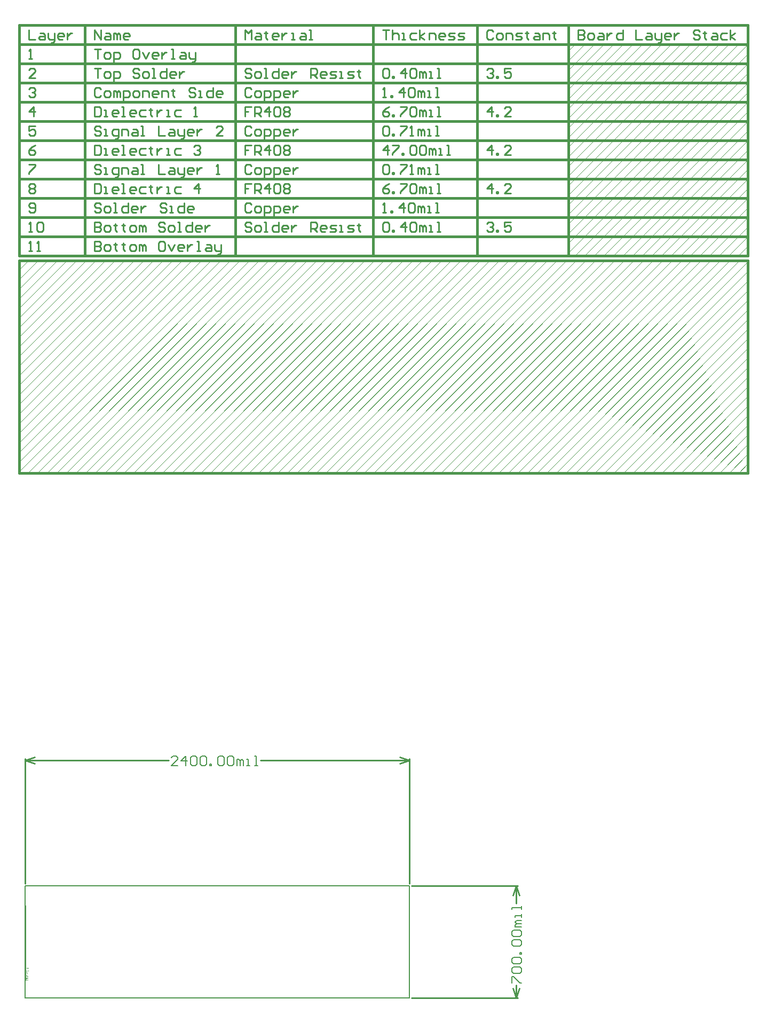
<source format=gm1>
G04 Layer_Color=16711935*
%FSLAX24Y24*%
%MOIN*%
G70*
G01*
G75*
%ADD10C,0.0060*%
%ADD42C,0.0100*%
%ADD43C,0.0150*%
%ADD54C,0.0079*%
%ADD94C,0.0039*%
%ADD95C,0.0010*%
G36*
X234Y-2156D02*
X220D01*
Y-2082D01*
X181D01*
Y-2151D01*
X166D01*
Y-2082D01*
X123D01*
Y-2159D01*
X108D01*
Y-2065D01*
X234D01*
Y-2156D01*
D02*
G37*
G36*
Y-1945D02*
Y-1945D01*
Y-1945D01*
Y-1946D01*
Y-1947D01*
X234Y-1948D01*
Y-1950D01*
X234Y-1953D01*
X233Y-1957D01*
X233Y-1960D01*
X232Y-1964D01*
X231Y-1968D01*
Y-1968D01*
X230Y-1968D01*
X230Y-1969D01*
X229Y-1971D01*
X228Y-1973D01*
X226Y-1975D01*
X224Y-1977D01*
X222Y-1979D01*
X219Y-1981D01*
X218Y-1982D01*
X217Y-1982D01*
X216Y-1983D01*
X213Y-1984D01*
X211Y-1985D01*
X208Y-1986D01*
X205Y-1986D01*
X202Y-1986D01*
X201D01*
X199Y-1986D01*
X197Y-1986D01*
X195Y-1985D01*
X192Y-1985D01*
X189Y-1984D01*
X187Y-1982D01*
X186Y-1982D01*
X185Y-1981D01*
X184Y-1980D01*
X183Y-1979D01*
X181Y-1977D01*
X179Y-1975D01*
X177Y-1972D01*
X175Y-1969D01*
Y-1969D01*
X175Y-1969D01*
X175Y-1970D01*
X175Y-1971D01*
X174Y-1973D01*
X173Y-1975D01*
X171Y-1978D01*
X169Y-1981D01*
X167Y-1984D01*
X164Y-1986D01*
X163Y-1986D01*
X162Y-1987D01*
X161Y-1988D01*
X158Y-1990D01*
X155Y-1991D01*
X152Y-1992D01*
X149Y-1992D01*
X145Y-1993D01*
X143D01*
X141Y-1992D01*
X139Y-1992D01*
X137Y-1992D01*
X134Y-1991D01*
X131Y-1990D01*
X128Y-1989D01*
X128Y-1989D01*
X127Y-1988D01*
X126Y-1987D01*
X124Y-1986D01*
X122Y-1985D01*
X120Y-1983D01*
X118Y-1981D01*
X116Y-1980D01*
X116Y-1979D01*
X116Y-1979D01*
X115Y-1977D01*
X114Y-1976D01*
X113Y-1974D01*
X112Y-1971D01*
X111Y-1969D01*
X110Y-1966D01*
Y-1965D01*
X110Y-1964D01*
X110Y-1962D01*
X109Y-1960D01*
X109Y-1957D01*
X109Y-1954D01*
X108Y-1950D01*
Y-1945D01*
Y-1897D01*
X234D01*
Y-1945D01*
D02*
G37*
G36*
X157Y-2175D02*
X159D01*
X162Y-2175D01*
X166Y-2176D01*
X170Y-2176D01*
X174Y-2177D01*
X179Y-2179D01*
X179D01*
X179Y-2179D01*
X180Y-2179D01*
X180Y-2180D01*
X182Y-2181D01*
X185Y-2182D01*
X188Y-2184D01*
X191Y-2187D01*
X193Y-2189D01*
X196Y-2192D01*
Y-2193D01*
X196Y-2193D01*
X197Y-2194D01*
X198Y-2196D01*
X199Y-2198D01*
X200Y-2202D01*
X201Y-2205D01*
X202Y-2209D01*
X202Y-2213D01*
Y-2213D01*
Y-2213D01*
Y-2214D01*
X202Y-2216D01*
X201Y-2218D01*
X201Y-2220D01*
X200Y-2222D01*
X199Y-2225D01*
X198Y-2227D01*
X198Y-2228D01*
X198Y-2229D01*
X197Y-2230D01*
X196Y-2231D01*
X194Y-2233D01*
X193Y-2235D01*
X191Y-2236D01*
X189Y-2238D01*
X234D01*
Y-2254D01*
X108D01*
Y-2239D01*
X120D01*
X119Y-2239D01*
X119Y-2239D01*
X118Y-2238D01*
X117Y-2237D01*
X117Y-2237D01*
X115Y-2235D01*
X114Y-2234D01*
X113Y-2233D01*
X112Y-2231D01*
X110Y-2229D01*
X109Y-2227D01*
X108Y-2225D01*
X107Y-2222D01*
X107Y-2220D01*
X106Y-2217D01*
X106Y-2214D01*
Y-2213D01*
Y-2213D01*
Y-2212D01*
X106Y-2212D01*
X107Y-2210D01*
X107Y-2207D01*
X108Y-2204D01*
X109Y-2201D01*
X110Y-2197D01*
X112Y-2193D01*
Y-2193D01*
X112Y-2193D01*
X113Y-2192D01*
X115Y-2190D01*
X117Y-2188D01*
X119Y-2186D01*
X122Y-2184D01*
X125Y-2182D01*
X129Y-2179D01*
X129D01*
X129Y-2179D01*
X130Y-2179D01*
X131Y-2179D01*
X132Y-2178D01*
X133Y-2178D01*
X136Y-2177D01*
X140Y-2176D01*
X144Y-2175D01*
X149Y-2175D01*
X154Y-2174D01*
X156D01*
X157Y-2175D01*
D02*
G37*
G36*
X157Y-2371D02*
X159Y-2371D01*
X161Y-2371D01*
X164Y-2372D01*
X166Y-2372D01*
X172Y-2374D01*
X175Y-2375D01*
X178Y-2376D01*
X181Y-2377D01*
X184Y-2379D01*
X186Y-2380D01*
X189Y-2383D01*
X189Y-2383D01*
X189Y-2383D01*
X190Y-2384D01*
X191Y-2385D01*
X192Y-2386D01*
X193Y-2387D01*
X194Y-2389D01*
X195Y-2391D01*
X197Y-2393D01*
X198Y-2395D01*
X199Y-2398D01*
X200Y-2401D01*
X201Y-2403D01*
X201Y-2407D01*
X202Y-2410D01*
X202Y-2413D01*
Y-2413D01*
Y-2414D01*
Y-2415D01*
X202Y-2416D01*
X201Y-2418D01*
X201Y-2420D01*
X201Y-2422D01*
X200Y-2424D01*
X199Y-2429D01*
X198Y-2431D01*
X196Y-2434D01*
X195Y-2436D01*
X193Y-2439D01*
X191Y-2441D01*
X189Y-2443D01*
X189Y-2443D01*
X189Y-2444D01*
X188Y-2444D01*
X187Y-2445D01*
X185Y-2446D01*
X184Y-2447D01*
X182Y-2448D01*
X180Y-2449D01*
X178Y-2450D01*
X175Y-2451D01*
X172Y-2452D01*
X169Y-2453D01*
X166Y-2454D01*
X162Y-2454D01*
X158Y-2455D01*
X154Y-2455D01*
X152D01*
X150Y-2455D01*
Y-2387D01*
X149D01*
X148Y-2387D01*
X147D01*
X146Y-2387D01*
X145Y-2387D01*
X141Y-2388D01*
X138Y-2389D01*
X134Y-2391D01*
X130Y-2393D01*
X127Y-2395D01*
X126Y-2396D01*
X126Y-2397D01*
X124Y-2398D01*
X123Y-2400D01*
X121Y-2403D01*
X120Y-2407D01*
X119Y-2410D01*
X119Y-2414D01*
Y-2414D01*
Y-2415D01*
Y-2416D01*
X119Y-2417D01*
X119Y-2419D01*
X120Y-2422D01*
X121Y-2424D01*
X122Y-2427D01*
X123Y-2429D01*
X123Y-2429D01*
X124Y-2430D01*
X125Y-2431D01*
X127Y-2432D01*
X129Y-2434D01*
X131Y-2435D01*
X134Y-2437D01*
X138Y-2438D01*
X136Y-2454D01*
X136D01*
X135Y-2454D01*
X134Y-2454D01*
X133Y-2454D01*
X132Y-2453D01*
X131Y-2453D01*
X128Y-2451D01*
X124Y-2449D01*
X121Y-2447D01*
X117Y-2444D01*
X114Y-2440D01*
Y-2440D01*
X113Y-2440D01*
X113Y-2439D01*
X113Y-2438D01*
X112Y-2437D01*
X111Y-2436D01*
X111Y-2435D01*
X110Y-2433D01*
X109Y-2430D01*
X107Y-2425D01*
X107Y-2420D01*
X106Y-2414D01*
Y-2414D01*
Y-2413D01*
Y-2412D01*
X106Y-2411D01*
X107Y-2409D01*
X107Y-2407D01*
X107Y-2405D01*
X108Y-2403D01*
X109Y-2398D01*
X110Y-2395D01*
X111Y-2393D01*
X113Y-2390D01*
X114Y-2387D01*
X116Y-2385D01*
X118Y-2383D01*
X119Y-2382D01*
X119Y-2382D01*
X120Y-2381D01*
X121Y-2381D01*
X122Y-2380D01*
X123Y-2379D01*
X125Y-2378D01*
X127Y-2377D01*
X130Y-2376D01*
X132Y-2375D01*
X135Y-2374D01*
X138Y-2373D01*
X141Y-2372D01*
X145Y-2371D01*
X149Y-2371D01*
X153Y-2371D01*
X155D01*
X157Y-2371D01*
D02*
G37*
G36*
X158Y-2272D02*
X159D01*
X162Y-2273D01*
X166Y-2273D01*
X170Y-2274D01*
X174Y-2275D01*
X179Y-2277D01*
X179D01*
X179Y-2277D01*
X180Y-2277D01*
X180Y-2278D01*
X182Y-2279D01*
X185Y-2280D01*
X188Y-2282D01*
X190Y-2284D01*
X193Y-2287D01*
X196Y-2290D01*
Y-2291D01*
X196Y-2291D01*
X196Y-2291D01*
X197Y-2292D01*
X198Y-2294D01*
X199Y-2296D01*
X200Y-2300D01*
X201Y-2303D01*
X202Y-2307D01*
X202Y-2312D01*
Y-2312D01*
Y-2312D01*
Y-2313D01*
X202Y-2314D01*
X201Y-2316D01*
X201Y-2317D01*
X200Y-2321D01*
X199Y-2323D01*
X199Y-2325D01*
X198Y-2327D01*
X196Y-2330D01*
X195Y-2332D01*
X193Y-2334D01*
X191Y-2336D01*
X189Y-2338D01*
X200D01*
Y-2352D01*
X117D01*
X115Y-2352D01*
X113D01*
X111Y-2352D01*
X109Y-2352D01*
X104Y-2351D01*
X99Y-2350D01*
X94Y-2350D01*
X92Y-2349D01*
X91Y-2348D01*
X90D01*
X90Y-2348D01*
X89Y-2347D01*
X88Y-2346D01*
X85Y-2345D01*
X83Y-2343D01*
X81Y-2341D01*
X79Y-2338D01*
X76Y-2334D01*
Y-2334D01*
X76Y-2334D01*
X76Y-2333D01*
X76Y-2333D01*
X75Y-2331D01*
X74Y-2328D01*
X73Y-2325D01*
X72Y-2321D01*
X71Y-2316D01*
X71Y-2311D01*
Y-2311D01*
Y-2310D01*
Y-2310D01*
X71Y-2308D01*
Y-2307D01*
X72Y-2305D01*
X72Y-2302D01*
X73Y-2298D01*
X74Y-2293D01*
X76Y-2289D01*
X79Y-2285D01*
Y-2284D01*
X79Y-2284D01*
X80Y-2283D01*
X82Y-2282D01*
X84Y-2280D01*
X87Y-2278D01*
X91Y-2276D01*
X96Y-2275D01*
X98Y-2275D01*
X101D01*
X99Y-2290D01*
X98D01*
X98Y-2290D01*
X96Y-2291D01*
X95Y-2291D01*
X93Y-2292D01*
X91Y-2293D01*
X90Y-2294D01*
X88Y-2295D01*
X88Y-2296D01*
X88Y-2297D01*
X87Y-2298D01*
X86Y-2300D01*
X85Y-2302D01*
X85Y-2304D01*
X84Y-2308D01*
X84Y-2311D01*
Y-2311D01*
Y-2312D01*
Y-2312D01*
Y-2313D01*
X84Y-2315D01*
X85Y-2317D01*
X85Y-2320D01*
X86Y-2323D01*
X87Y-2325D01*
X88Y-2328D01*
X89Y-2328D01*
X89Y-2329D01*
X90Y-2330D01*
X92Y-2331D01*
X93Y-2332D01*
X95Y-2333D01*
X98Y-2335D01*
X100Y-2336D01*
X101D01*
X101Y-2336D01*
X103Y-2336D01*
X105Y-2336D01*
X107Y-2336D01*
X109D01*
X111Y-2337D01*
X120D01*
X120Y-2336D01*
X120Y-2336D01*
X119Y-2336D01*
X118Y-2335D01*
X117Y-2334D01*
X116Y-2333D01*
X114Y-2330D01*
X112Y-2326D01*
X110Y-2322D01*
X109Y-2319D01*
X109Y-2317D01*
X108Y-2314D01*
X108Y-2312D01*
Y-2311D01*
Y-2311D01*
Y-2310D01*
X108Y-2308D01*
X109Y-2307D01*
X109Y-2305D01*
X109Y-2303D01*
X110Y-2301D01*
X111Y-2298D01*
X112Y-2296D01*
X113Y-2294D01*
X114Y-2291D01*
X116Y-2289D01*
X117Y-2287D01*
X119Y-2284D01*
X122Y-2282D01*
X122Y-2282D01*
X122Y-2282D01*
X123Y-2281D01*
X124Y-2281D01*
X126Y-2280D01*
X127Y-2279D01*
X129Y-2278D01*
X131Y-2277D01*
X133Y-2276D01*
X136Y-2275D01*
X138Y-2274D01*
X141Y-2274D01*
X147Y-2272D01*
X151Y-2272D01*
X154Y-2272D01*
X157D01*
X158Y-2272D01*
D02*
G37*
G36*
X175Y-1766D02*
X177D01*
X179Y-1767D01*
X181Y-1767D01*
X184Y-1767D01*
X189Y-1768D01*
X195Y-1769D01*
X201Y-1771D01*
X207Y-1774D01*
X207D01*
X207Y-1774D01*
X208Y-1775D01*
X209Y-1775D01*
X210Y-1776D01*
X212Y-1777D01*
X215Y-1779D01*
X218Y-1782D01*
X222Y-1786D01*
X226Y-1790D01*
X229Y-1795D01*
Y-1795D01*
X229Y-1796D01*
X230Y-1796D01*
X230Y-1798D01*
X231Y-1799D01*
X231Y-1800D01*
X232Y-1802D01*
X233Y-1804D01*
X233Y-1806D01*
X234Y-1808D01*
X235Y-1814D01*
X236Y-1819D01*
X237Y-1826D01*
Y-1826D01*
Y-1826D01*
Y-1828D01*
X236Y-1829D01*
X236Y-1830D01*
X236Y-1832D01*
X236Y-1834D01*
X235Y-1837D01*
X234Y-1842D01*
X232Y-1847D01*
X231Y-1850D01*
X230Y-1852D01*
X228Y-1855D01*
X227Y-1857D01*
X227Y-1858D01*
X226Y-1858D01*
X226Y-1859D01*
X225Y-1860D01*
X224Y-1861D01*
X223Y-1862D01*
X221Y-1863D01*
X220Y-1865D01*
X218Y-1866D01*
X216Y-1867D01*
X214Y-1869D01*
X211Y-1870D01*
X209Y-1872D01*
X206Y-1873D01*
X200Y-1875D01*
X196Y-1859D01*
X196D01*
X196Y-1859D01*
X197Y-1859D01*
X198Y-1858D01*
X199Y-1858D01*
X201Y-1857D01*
X203Y-1856D01*
X207Y-1854D01*
X210Y-1852D01*
X213Y-1849D01*
X216Y-1846D01*
X216Y-1846D01*
X217Y-1845D01*
X218Y-1843D01*
X219Y-1840D01*
X220Y-1837D01*
X221Y-1834D01*
X222Y-1830D01*
X222Y-1825D01*
Y-1825D01*
Y-1825D01*
Y-1824D01*
X222Y-1823D01*
Y-1822D01*
X222Y-1820D01*
X221Y-1817D01*
X221Y-1813D01*
X219Y-1809D01*
X218Y-1805D01*
X215Y-1801D01*
Y-1801D01*
X215Y-1801D01*
X214Y-1799D01*
X212Y-1798D01*
X210Y-1796D01*
X208Y-1794D01*
X204Y-1791D01*
X201Y-1789D01*
X196Y-1787D01*
X196D01*
X196Y-1787D01*
X195Y-1787D01*
X194Y-1787D01*
X193Y-1786D01*
X192Y-1786D01*
X189Y-1785D01*
X185Y-1785D01*
X181Y-1784D01*
X177Y-1784D01*
X172Y-1784D01*
X170D01*
X168Y-1784D01*
X166D01*
X165Y-1784D01*
X163Y-1784D01*
X158Y-1785D01*
X154Y-1785D01*
X149Y-1787D01*
X144Y-1788D01*
X144D01*
X144Y-1788D01*
X143Y-1789D01*
X142Y-1789D01*
X140Y-1790D01*
X137Y-1792D01*
X134Y-1794D01*
X132Y-1796D01*
X129Y-1799D01*
X126Y-1803D01*
Y-1803D01*
X126Y-1803D01*
X126Y-1804D01*
X125Y-1804D01*
X124Y-1806D01*
X123Y-1809D01*
X122Y-1812D01*
X121Y-1816D01*
X121Y-1820D01*
X120Y-1824D01*
Y-1824D01*
Y-1825D01*
Y-1825D01*
X121Y-1826D01*
Y-1828D01*
X121Y-1829D01*
X121Y-1832D01*
X122Y-1836D01*
X124Y-1840D01*
X126Y-1844D01*
X128Y-1848D01*
X129Y-1848D01*
X129Y-1848D01*
X130Y-1849D01*
X132Y-1851D01*
X134Y-1853D01*
X138Y-1855D01*
X142Y-1857D01*
X147Y-1859D01*
X152Y-1861D01*
X148Y-1878D01*
X148D01*
X147Y-1877D01*
X146Y-1877D01*
X145Y-1877D01*
X143Y-1876D01*
X141Y-1875D01*
X139Y-1874D01*
X137Y-1873D01*
X132Y-1871D01*
X126Y-1867D01*
X121Y-1863D01*
X119Y-1861D01*
X117Y-1859D01*
X117Y-1858D01*
X117Y-1858D01*
X116Y-1857D01*
X115Y-1856D01*
X114Y-1855D01*
X113Y-1853D01*
X112Y-1851D01*
X112Y-1849D01*
X111Y-1847D01*
X110Y-1845D01*
X109Y-1842D01*
X108Y-1839D01*
X107Y-1832D01*
X106Y-1829D01*
X106Y-1825D01*
Y-1825D01*
Y-1824D01*
Y-1823D01*
X106Y-1822D01*
Y-1820D01*
X107Y-1818D01*
X107Y-1816D01*
X107Y-1814D01*
X108Y-1808D01*
X110Y-1803D01*
X112Y-1797D01*
X113Y-1795D01*
X114Y-1792D01*
X115Y-1792D01*
X115Y-1792D01*
X115Y-1791D01*
X116Y-1790D01*
X118Y-1788D01*
X121Y-1785D01*
X124Y-1782D01*
X128Y-1779D01*
X133Y-1775D01*
X138Y-1773D01*
X139D01*
X139Y-1773D01*
X140Y-1772D01*
X141Y-1772D01*
X143Y-1771D01*
X144Y-1771D01*
X146Y-1770D01*
X149Y-1770D01*
X151Y-1769D01*
X154Y-1768D01*
X159Y-1767D01*
X165Y-1766D01*
X172Y-1766D01*
X174D01*
X175Y-1766D01*
D02*
G37*
G36*
X234Y-1701D02*
Y-1701D01*
Y-1702D01*
Y-1702D01*
Y-1703D01*
Y-1705D01*
X234Y-1708D01*
X234Y-1711D01*
X234Y-1714D01*
X233Y-1717D01*
X233Y-1720D01*
Y-1720D01*
Y-1721D01*
X233Y-1722D01*
X232Y-1723D01*
X232Y-1726D01*
X231Y-1728D01*
X230Y-1731D01*
X229Y-1733D01*
X227Y-1736D01*
X227Y-1736D01*
X226Y-1737D01*
X225Y-1738D01*
X224Y-1739D01*
X222Y-1741D01*
X220Y-1743D01*
X218Y-1744D01*
X215Y-1746D01*
X215Y-1746D01*
X214Y-1746D01*
X212Y-1747D01*
X210Y-1748D01*
X208Y-1749D01*
X205Y-1749D01*
X201Y-1750D01*
X198Y-1750D01*
X196D01*
X195Y-1750D01*
X194Y-1749D01*
X192Y-1749D01*
X190Y-1749D01*
X189Y-1748D01*
X184Y-1747D01*
X180Y-1745D01*
X177Y-1744D01*
X175Y-1743D01*
X173Y-1741D01*
X171Y-1739D01*
X170Y-1739D01*
X170Y-1739D01*
X170Y-1738D01*
X169Y-1737D01*
X168Y-1736D01*
X167Y-1735D01*
X166Y-1733D01*
X165Y-1731D01*
X164Y-1729D01*
X163Y-1726D01*
X162Y-1723D01*
X161Y-1720D01*
X161Y-1716D01*
X160Y-1712D01*
X160Y-1707D01*
X160Y-1702D01*
Y-1670D01*
X108D01*
Y-1654D01*
X234D01*
Y-1701D01*
D02*
G37*
%LPC*%
G36*
X220Y-1914D02*
X181D01*
Y-1941D01*
Y-1941D01*
Y-1942D01*
Y-1942D01*
Y-1943D01*
Y-1945D01*
X181Y-1947D01*
X182Y-1950D01*
X182Y-1953D01*
X182Y-1955D01*
X183Y-1957D01*
X183Y-1957D01*
X183Y-1958D01*
X183Y-1959D01*
X184Y-1961D01*
X185Y-1962D01*
X186Y-1964D01*
X187Y-1965D01*
X189Y-1967D01*
X189Y-1967D01*
X190Y-1967D01*
X191Y-1968D01*
X192Y-1968D01*
X194Y-1969D01*
X195Y-1969D01*
X198Y-1970D01*
X200Y-1970D01*
X201D01*
X202Y-1970D01*
X204Y-1970D01*
X206Y-1969D01*
X207Y-1969D01*
X209Y-1968D01*
X211Y-1967D01*
X211Y-1967D01*
X212Y-1966D01*
X213Y-1966D01*
X214Y-1965D01*
X215Y-1963D01*
X216Y-1962D01*
X217Y-1960D01*
X218Y-1958D01*
Y-1958D01*
X218Y-1957D01*
X218Y-1956D01*
X219Y-1954D01*
X219Y-1951D01*
X219Y-1948D01*
X220Y-1944D01*
Y-1939D01*
Y-1914D01*
D02*
G37*
G36*
X166D02*
X123D01*
Y-1945D01*
Y-1946D01*
Y-1947D01*
Y-1948D01*
Y-1950D01*
X123Y-1954D01*
X123Y-1955D01*
X124Y-1957D01*
Y-1957D01*
X124Y-1958D01*
X124Y-1959D01*
X124Y-1960D01*
X125Y-1963D01*
X127Y-1966D01*
X127Y-1966D01*
X127Y-1967D01*
X128Y-1968D01*
X129Y-1969D01*
X130Y-1970D01*
X131Y-1971D01*
X132Y-1972D01*
X134Y-1973D01*
X134Y-1973D01*
X135Y-1973D01*
X136Y-1974D01*
X137Y-1974D01*
X139Y-1975D01*
X141Y-1975D01*
X142Y-1975D01*
X145Y-1975D01*
X146D01*
X147Y-1975D01*
X149Y-1975D01*
X151Y-1974D01*
X153Y-1974D01*
X155Y-1973D01*
X157Y-1971D01*
X157Y-1971D01*
X158Y-1971D01*
X159Y-1970D01*
X160Y-1969D01*
X161Y-1967D01*
X162Y-1966D01*
X163Y-1964D01*
X164Y-1962D01*
X165Y-1961D01*
X165Y-1960D01*
X165Y-1959D01*
X165Y-1957D01*
X166Y-1954D01*
X166Y-1951D01*
X166Y-1947D01*
Y-1943D01*
Y-1914D01*
D02*
G37*
G36*
X157Y-2190D02*
X152D01*
X151Y-2191D01*
X149D01*
X148Y-2191D01*
X144Y-2191D01*
X140Y-2192D01*
X135Y-2193D01*
X131Y-2195D01*
X129Y-2196D01*
X127Y-2198D01*
X127Y-2198D01*
X126Y-2199D01*
X125Y-2201D01*
X123Y-2203D01*
X122Y-2205D01*
X120Y-2208D01*
X119Y-2211D01*
X119Y-2213D01*
X119Y-2215D01*
Y-2215D01*
Y-2216D01*
Y-2216D01*
X119Y-2217D01*
X119Y-2219D01*
X120Y-2221D01*
X121Y-2224D01*
X122Y-2227D01*
X124Y-2230D01*
X126Y-2231D01*
X127Y-2232D01*
X127D01*
X127Y-2233D01*
X128Y-2233D01*
X129Y-2234D01*
X130Y-2234D01*
X131Y-2235D01*
X132Y-2235D01*
X133Y-2236D01*
X135Y-2237D01*
X137Y-2237D01*
X139Y-2238D01*
X141Y-2238D01*
X144Y-2239D01*
X146Y-2239D01*
X149Y-2240D01*
X154D01*
X155Y-2239D01*
X157D01*
X159Y-2239D01*
X163Y-2239D01*
X167Y-2238D01*
X172Y-2236D01*
X176Y-2235D01*
X178Y-2234D01*
X180Y-2232D01*
X180D01*
X180Y-2232D01*
X181Y-2231D01*
X183Y-2229D01*
X184Y-2227D01*
X186Y-2225D01*
X188Y-2222D01*
X189Y-2218D01*
X189Y-2216D01*
Y-2214D01*
Y-2214D01*
Y-2214D01*
Y-2213D01*
X189Y-2213D01*
X189Y-2211D01*
X188Y-2208D01*
X187Y-2206D01*
X185Y-2203D01*
X183Y-2200D01*
X182Y-2199D01*
X180Y-2197D01*
X180Y-2197D01*
X180Y-2197D01*
X179Y-2196D01*
X178Y-2196D01*
X177Y-2195D01*
X175Y-2194D01*
X174Y-2194D01*
X172Y-2193D01*
X170Y-2192D01*
X168Y-2192D01*
X166Y-2192D01*
X163Y-2191D01*
X160Y-2191D01*
X157Y-2190D01*
D02*
G37*
G36*
X163Y-2388D02*
Y-2439D01*
X163D01*
X164Y-2438D01*
X165D01*
X167Y-2438D01*
X169Y-2437D01*
X172Y-2437D01*
X175Y-2436D01*
X178Y-2434D01*
X180Y-2433D01*
X180D01*
X180Y-2432D01*
X181Y-2431D01*
X183Y-2430D01*
X184Y-2428D01*
X186Y-2425D01*
X188Y-2421D01*
X189Y-2418D01*
X189Y-2416D01*
X189Y-2413D01*
Y-2413D01*
Y-2413D01*
Y-2413D01*
X189Y-2412D01*
X189Y-2410D01*
X188Y-2407D01*
X187Y-2404D01*
X186Y-2401D01*
X184Y-2398D01*
X182Y-2395D01*
X181Y-2395D01*
X180Y-2394D01*
X179Y-2393D01*
X177Y-2392D01*
X174Y-2390D01*
X171Y-2389D01*
X167Y-2388D01*
X163Y-2388D01*
D02*
G37*
G36*
X155Y-2288D02*
X154D01*
X153Y-2288D01*
X151D01*
X149Y-2288D01*
X146Y-2289D01*
X141Y-2290D01*
X137Y-2291D01*
X133Y-2293D01*
X131Y-2294D01*
X129Y-2295D01*
X129Y-2295D01*
X128Y-2296D01*
X127Y-2298D01*
X125Y-2300D01*
X124Y-2303D01*
X122Y-2306D01*
X122Y-2309D01*
X121Y-2311D01*
X121Y-2313D01*
Y-2313D01*
Y-2313D01*
Y-2314D01*
X121Y-2315D01*
X122Y-2317D01*
X122Y-2319D01*
X123Y-2322D01*
X125Y-2325D01*
X127Y-2328D01*
X129Y-2331D01*
X129D01*
X130Y-2331D01*
X130Y-2331D01*
X131Y-2332D01*
X132Y-2332D01*
X133Y-2333D01*
X134Y-2334D01*
X136Y-2334D01*
X137Y-2335D01*
X139Y-2336D01*
X141Y-2336D01*
X144Y-2337D01*
X146Y-2337D01*
X149Y-2338D01*
X152Y-2338D01*
X156D01*
X158Y-2338D01*
X159D01*
X161Y-2338D01*
X165Y-2337D01*
X169Y-2336D01*
X173Y-2335D01*
X177Y-2333D01*
X179Y-2332D01*
X180Y-2331D01*
X180D01*
X181Y-2330D01*
X182Y-2329D01*
X183Y-2328D01*
X185Y-2326D01*
X186Y-2323D01*
X188Y-2320D01*
X189Y-2317D01*
X189Y-2315D01*
Y-2313D01*
Y-2312D01*
Y-2312D01*
Y-2312D01*
X189Y-2311D01*
X189Y-2309D01*
X188Y-2307D01*
X187Y-2304D01*
X185Y-2301D01*
X183Y-2298D01*
X182Y-2296D01*
X180Y-2295D01*
X180Y-2295D01*
X180Y-2294D01*
X179Y-2294D01*
X178Y-2293D01*
X177Y-2293D01*
X176Y-2292D01*
X174Y-2292D01*
X173Y-2291D01*
X171Y-2290D01*
X169Y-2290D01*
X166Y-2289D01*
X161Y-2288D01*
X155Y-2288D01*
D02*
G37*
G36*
X220Y-1670D02*
X175D01*
Y-1703D01*
Y-1703D01*
Y-1703D01*
Y-1704D01*
X175Y-1705D01*
Y-1707D01*
X175Y-1708D01*
X175Y-1712D01*
X176Y-1715D01*
X177Y-1719D01*
X179Y-1723D01*
X180Y-1724D01*
X180Y-1726D01*
X181Y-1726D01*
X182Y-1727D01*
X183Y-1728D01*
X185Y-1729D01*
X187Y-1730D01*
X190Y-1731D01*
X194Y-1732D01*
X197Y-1732D01*
X199D01*
X200Y-1732D01*
X202Y-1732D01*
X204Y-1731D01*
X207Y-1731D01*
X209Y-1730D01*
X211Y-1728D01*
X211Y-1728D01*
X212Y-1728D01*
X213Y-1727D01*
X214Y-1726D01*
X215Y-1724D01*
X217Y-1722D01*
X218Y-1720D01*
X218Y-1718D01*
Y-1718D01*
X219Y-1717D01*
X219Y-1716D01*
X219Y-1714D01*
X219Y-1712D01*
X219Y-1710D01*
X220Y-1706D01*
Y-1702D01*
Y-1670D01*
D02*
G37*
%LPD*%
D10*
X30410Y-2559D02*
Y-2159D01*
X30510D01*
X30910Y-2559D01*
X31010D01*
X30510Y-1959D02*
X30410Y-1859D01*
Y-1660D01*
X30510Y-1560D01*
X30910D01*
X31010Y-1660D01*
Y-1859D01*
X30910Y-1959D01*
X30510D01*
Y-1360D02*
X30410Y-1260D01*
Y-1060D01*
X30510Y-960D01*
X30910D01*
X31010Y-1060D01*
Y-1260D01*
X30910Y-1360D01*
X30510D01*
X31010Y-760D02*
X30910D01*
Y-660D01*
X31010D01*
Y-760D01*
X30510Y-260D02*
X30410Y-160D01*
Y40D01*
X30510Y140D01*
X30910D01*
X31010Y40D01*
Y-160D01*
X30910Y-260D01*
X30510D01*
Y340D02*
X30410Y440D01*
Y640D01*
X30510Y740D01*
X30910D01*
X31010Y640D01*
Y440D01*
X30910Y340D01*
X30510D01*
X31010Y940D02*
X30610D01*
Y1040D01*
X30710Y1140D01*
X31010D01*
X30710D01*
X30610Y1240D01*
X30710Y1340D01*
X31010D01*
Y1539D02*
Y1739D01*
Y1639D01*
X30610D01*
Y1539D01*
X31010Y2039D02*
Y2239D01*
Y2139D01*
X30410D01*
Y2039D01*
X9541Y10980D02*
X9141D01*
X9541Y11380D01*
Y11480D01*
X9441Y11580D01*
X9241D01*
X9141Y11480D01*
X10041Y10980D02*
Y11580D01*
X9741Y11280D01*
X10141D01*
X10340Y11480D02*
X10440Y11580D01*
X10640D01*
X10740Y11480D01*
Y11080D01*
X10640Y10980D01*
X10440D01*
X10340Y11080D01*
Y11480D01*
X10940D02*
X11040Y11580D01*
X11240D01*
X11340Y11480D01*
Y11080D01*
X11240Y10980D01*
X11040D01*
X10940Y11080D01*
Y11480D01*
X11540Y10980D02*
Y11080D01*
X11640D01*
Y10980D01*
X11540D01*
X12040Y11480D02*
X12140Y11580D01*
X12340D01*
X12440Y11480D01*
Y11080D01*
X12340Y10980D01*
X12140D01*
X12040Y11080D01*
Y11480D01*
X12640D02*
X12740Y11580D01*
X12940D01*
X13040Y11480D01*
Y11080D01*
X12940Y10980D01*
X12740D01*
X12640Y11080D01*
Y11480D01*
X13240Y10980D02*
Y11380D01*
X13340D01*
X13439Y11280D01*
Y10980D01*
Y11280D01*
X13539Y11380D01*
X13639Y11280D01*
Y10980D01*
X13839D02*
X14039D01*
X13939D01*
Y11380D01*
X13839D01*
X14339Y10980D02*
X14539D01*
X14439D01*
Y11580D01*
X14339D01*
D42*
X24139Y-3500D02*
X30750D01*
X24139Y3500D02*
X30750D01*
X30650Y-3500D02*
Y-2719D01*
Y2399D02*
Y3500D01*
Y-3500D02*
X30850Y-2900D01*
X30450D02*
X30650Y-3500D01*
X30450Y2900D02*
X30650Y3500D01*
X30850Y2900D01*
X24000Y3639D02*
Y11440D01*
X0Y3639D02*
Y11440D01*
X14699Y11340D02*
X24000D01*
X0D02*
X8981D01*
X23400Y11540D02*
X24000Y11340D01*
X23400Y11140D02*
X24000Y11340D01*
X0D02*
X600Y11140D01*
X0Y11340D02*
X600Y11540D01*
X34540Y56914D02*
Y56315D01*
X34840D01*
X34940Y56415D01*
Y56515D01*
X34840Y56614D01*
X34540D01*
X34840D01*
X34940Y56714D01*
Y56814D01*
X34840Y56914D01*
X34540D01*
X35240Y56315D02*
X35440D01*
X35540Y56415D01*
Y56614D01*
X35440Y56714D01*
X35240D01*
X35140Y56614D01*
Y56415D01*
X35240Y56315D01*
X35840Y56714D02*
X36040D01*
X36140Y56614D01*
Y56315D01*
X35840D01*
X35740Y56415D01*
X35840Y56515D01*
X36140D01*
X36340Y56714D02*
Y56315D01*
Y56515D01*
X36440Y56614D01*
X36540Y56714D01*
X36640D01*
X37339Y56914D02*
Y56315D01*
X37040D01*
X36940Y56415D01*
Y56614D01*
X37040Y56714D01*
X37339D01*
X38139Y56914D02*
Y56315D01*
X38539D01*
X38839Y56714D02*
X39039D01*
X39139Y56614D01*
Y56315D01*
X38839D01*
X38739Y56415D01*
X38839Y56515D01*
X39139D01*
X39339Y56714D02*
Y56415D01*
X39439Y56315D01*
X39739D01*
Y56215D01*
X39639Y56115D01*
X39539D01*
X39739Y56315D02*
Y56714D01*
X40239Y56315D02*
X40039D01*
X39939Y56415D01*
Y56614D01*
X40039Y56714D01*
X40239D01*
X40339Y56614D01*
Y56515D01*
X39939D01*
X40538Y56714D02*
Y56315D01*
Y56515D01*
X40638Y56614D01*
X40738Y56714D01*
X40838D01*
X42138Y56814D02*
X42038Y56914D01*
X41838D01*
X41738Y56814D01*
Y56714D01*
X41838Y56614D01*
X42038D01*
X42138Y56515D01*
Y56415D01*
X42038Y56315D01*
X41838D01*
X41738Y56415D01*
X42438Y56814D02*
Y56714D01*
X42338D01*
X42538D01*
X42438D01*
Y56415D01*
X42538Y56315D01*
X42938Y56714D02*
X43138D01*
X43238Y56614D01*
Y56315D01*
X42938D01*
X42838Y56415D01*
X42938Y56515D01*
X43238D01*
X43837Y56714D02*
X43537D01*
X43438Y56614D01*
Y56415D01*
X43537Y56315D01*
X43837D01*
X44037D02*
Y56914D01*
Y56515D02*
X44337Y56714D01*
X44037Y56515D02*
X44337Y56315D01*
X28842Y54414D02*
X28942Y54514D01*
X29142D01*
X29242Y54414D01*
Y54314D01*
X29142Y54214D01*
X29042D01*
X29142D01*
X29242Y54115D01*
Y54015D01*
X29142Y53915D01*
X28942D01*
X28842Y54015D01*
X29442Y53915D02*
Y54015D01*
X29542D01*
Y53915D01*
X29442D01*
X30341Y54514D02*
X29941D01*
Y54214D01*
X30141Y54314D01*
X30241D01*
X30341Y54214D01*
Y54015D01*
X30241Y53915D01*
X30041D01*
X29941Y54015D01*
X29142Y51515D02*
Y52114D01*
X28842Y51814D01*
X29242D01*
X29442Y51515D02*
Y51615D01*
X29542D01*
Y51515D01*
X29442D01*
X30341D02*
X29941D01*
X30341Y51914D01*
Y52014D01*
X30241Y52114D01*
X30041D01*
X29941Y52014D01*
X29142Y49115D02*
Y49714D01*
X28842Y49414D01*
X29242D01*
X29442Y49115D02*
Y49215D01*
X29542D01*
Y49115D01*
X29442D01*
X30341D02*
X29941D01*
X30341Y49514D01*
Y49614D01*
X30241Y49714D01*
X30041D01*
X29941Y49614D01*
X29142Y46715D02*
Y47314D01*
X28842Y47014D01*
X29242D01*
X29442Y46715D02*
Y46815D01*
X29542D01*
Y46715D01*
X29442D01*
X30341D02*
X29941D01*
X30341Y47114D01*
Y47214D01*
X30241Y47314D01*
X30041D01*
X29941Y47214D01*
X28842Y44814D02*
X28942Y44914D01*
X29142D01*
X29242Y44814D01*
Y44714D01*
X29142Y44614D01*
X29042D01*
X29142D01*
X29242Y44515D01*
Y44415D01*
X29142Y44315D01*
X28942D01*
X28842Y44415D01*
X29442Y44315D02*
Y44415D01*
X29542D01*
Y44315D01*
X29442D01*
X30341Y44914D02*
X29941D01*
Y44614D01*
X30141Y44714D01*
X30241D01*
X30341Y44614D01*
Y44415D01*
X30241Y44315D01*
X30041D01*
X29941Y44415D01*
X29242Y56814D02*
X29142Y56914D01*
X28942D01*
X28842Y56814D01*
Y56415D01*
X28942Y56315D01*
X29142D01*
X29242Y56415D01*
X29542Y56315D02*
X29741D01*
X29841Y56415D01*
Y56614D01*
X29741Y56714D01*
X29542D01*
X29442Y56614D01*
Y56415D01*
X29542Y56315D01*
X30041D02*
Y56714D01*
X30341D01*
X30441Y56614D01*
Y56315D01*
X30641D02*
X30941D01*
X31041Y56415D01*
X30941Y56515D01*
X30741D01*
X30641Y56614D01*
X30741Y56714D01*
X31041D01*
X31341Y56814D02*
Y56714D01*
X31241D01*
X31441D01*
X31341D01*
Y56415D01*
X31441Y56315D01*
X31841Y56714D02*
X32041D01*
X32141Y56614D01*
Y56315D01*
X31841D01*
X31741Y56415D01*
X31841Y56515D01*
X32141D01*
X32341Y56315D02*
Y56714D01*
X32641D01*
X32741Y56614D01*
Y56315D01*
X33040Y56814D02*
Y56714D01*
X32940D01*
X33140D01*
X33040D01*
Y56415D01*
X33140Y56315D01*
X22343Y54414D02*
X22443Y54514D01*
X22643D01*
X22743Y54414D01*
Y54015D01*
X22643Y53915D01*
X22443D01*
X22343Y54015D01*
Y54414D01*
X22943Y53915D02*
Y54015D01*
X23043D01*
Y53915D01*
X22943D01*
X23743D02*
Y54514D01*
X23443Y54214D01*
X23843D01*
X24043Y54414D02*
X24143Y54514D01*
X24343D01*
X24443Y54414D01*
Y54015D01*
X24343Y53915D01*
X24143D01*
X24043Y54015D01*
Y54414D01*
X24643Y53915D02*
Y54314D01*
X24743D01*
X24843Y54214D01*
Y53915D01*
Y54214D01*
X24943Y54314D01*
X25043Y54214D01*
Y53915D01*
X25243D02*
X25442D01*
X25342D01*
Y54314D01*
X25243D01*
X25742Y53915D02*
X25942D01*
X25842D01*
Y54514D01*
X25742D01*
X22343Y52715D02*
X22543D01*
X22443D01*
Y53314D01*
X22343Y53214D01*
X22843Y52715D02*
Y52815D01*
X22943D01*
Y52715D01*
X22843D01*
X23643D02*
Y53314D01*
X23343Y53014D01*
X23743D01*
X23943Y53214D02*
X24043Y53314D01*
X24243D01*
X24343Y53214D01*
Y52815D01*
X24243Y52715D01*
X24043D01*
X23943Y52815D01*
Y53214D01*
X24543Y52715D02*
Y53114D01*
X24643D01*
X24743Y53014D01*
Y52715D01*
Y53014D01*
X24843Y53114D01*
X24943Y53014D01*
Y52715D01*
X25143D02*
X25342D01*
X25243D01*
Y53114D01*
X25143D01*
X25642Y52715D02*
X25842D01*
X25742D01*
Y53314D01*
X25642D01*
X22743Y52114D02*
X22543Y52014D01*
X22343Y51814D01*
Y51615D01*
X22443Y51515D01*
X22643D01*
X22743Y51615D01*
Y51715D01*
X22643Y51814D01*
X22343D01*
X22943Y51515D02*
Y51615D01*
X23043D01*
Y51515D01*
X22943D01*
X23443Y52114D02*
X23843D01*
Y52014D01*
X23443Y51615D01*
Y51515D01*
X24043Y52014D02*
X24143Y52114D01*
X24343D01*
X24443Y52014D01*
Y51615D01*
X24343Y51515D01*
X24143D01*
X24043Y51615D01*
Y52014D01*
X24643Y51515D02*
Y51914D01*
X24743D01*
X24843Y51814D01*
Y51515D01*
Y51814D01*
X24943Y51914D01*
X25043Y51814D01*
Y51515D01*
X25243D02*
X25442D01*
X25342D01*
Y51914D01*
X25243D01*
X25742Y51515D02*
X25942D01*
X25842D01*
Y52114D01*
X25742D01*
X22343Y50814D02*
X22443Y50914D01*
X22643D01*
X22743Y50814D01*
Y50415D01*
X22643Y50315D01*
X22443D01*
X22343Y50415D01*
Y50814D01*
X22943Y50315D02*
Y50415D01*
X23043D01*
Y50315D01*
X22943D01*
X23443Y50914D02*
X23843D01*
Y50814D01*
X23443Y50415D01*
Y50315D01*
X24043D02*
X24243D01*
X24143D01*
Y50914D01*
X24043Y50814D01*
X24543Y50315D02*
Y50714D01*
X24643D01*
X24743Y50614D01*
Y50315D01*
Y50614D01*
X24843Y50714D01*
X24943Y50614D01*
Y50315D01*
X25143D02*
X25342D01*
X25243D01*
Y50714D01*
X25143D01*
X25642Y50315D02*
X25842D01*
X25742D01*
Y50914D01*
X25642D01*
X22643Y49115D02*
Y49714D01*
X22343Y49414D01*
X22743D01*
X22943Y49714D02*
X23343D01*
Y49614D01*
X22943Y49215D01*
Y49115D01*
X23543D02*
Y49215D01*
X23643D01*
Y49115D01*
X23543D01*
X24043Y49614D02*
X24143Y49714D01*
X24343D01*
X24443Y49614D01*
Y49215D01*
X24343Y49115D01*
X24143D01*
X24043Y49215D01*
Y49614D01*
X24643D02*
X24743Y49714D01*
X24943D01*
X25043Y49614D01*
Y49215D01*
X24943Y49115D01*
X24743D01*
X24643Y49215D01*
Y49614D01*
X25243Y49115D02*
Y49514D01*
X25342D01*
X25442Y49414D01*
Y49115D01*
Y49414D01*
X25542Y49514D01*
X25642Y49414D01*
Y49115D01*
X25842D02*
X26042D01*
X25942D01*
Y49514D01*
X25842D01*
X26342Y49115D02*
X26542D01*
X26442D01*
Y49714D01*
X26342D01*
X22343Y48414D02*
X22443Y48514D01*
X22643D01*
X22743Y48414D01*
Y48015D01*
X22643Y47915D01*
X22443D01*
X22343Y48015D01*
Y48414D01*
X22943Y47915D02*
Y48015D01*
X23043D01*
Y47915D01*
X22943D01*
X23443Y48514D02*
X23843D01*
Y48414D01*
X23443Y48015D01*
Y47915D01*
X24043D02*
X24243D01*
X24143D01*
Y48514D01*
X24043Y48414D01*
X24543Y47915D02*
Y48314D01*
X24643D01*
X24743Y48214D01*
Y47915D01*
Y48214D01*
X24843Y48314D01*
X24943Y48214D01*
Y47915D01*
X25143D02*
X25342D01*
X25243D01*
Y48314D01*
X25143D01*
X25642Y47915D02*
X25842D01*
X25742D01*
Y48514D01*
X25642D01*
X22743Y47314D02*
X22543Y47214D01*
X22343Y47014D01*
Y46815D01*
X22443Y46715D01*
X22643D01*
X22743Y46815D01*
Y46915D01*
X22643Y47014D01*
X22343D01*
X22943Y46715D02*
Y46815D01*
X23043D01*
Y46715D01*
X22943D01*
X23443Y47314D02*
X23843D01*
Y47214D01*
X23443Y46815D01*
Y46715D01*
X24043Y47214D02*
X24143Y47314D01*
X24343D01*
X24443Y47214D01*
Y46815D01*
X24343Y46715D01*
X24143D01*
X24043Y46815D01*
Y47214D01*
X24643Y46715D02*
Y47114D01*
X24743D01*
X24843Y47014D01*
Y46715D01*
Y47014D01*
X24943Y47114D01*
X25043Y47014D01*
Y46715D01*
X25243D02*
X25442D01*
X25342D01*
Y47114D01*
X25243D01*
X25742Y46715D02*
X25942D01*
X25842D01*
Y47314D01*
X25742D01*
X22343Y45515D02*
X22543D01*
X22443D01*
Y46114D01*
X22343Y46014D01*
X22843Y45515D02*
Y45615D01*
X22943D01*
Y45515D01*
X22843D01*
X23643D02*
Y46114D01*
X23343Y45814D01*
X23743D01*
X23943Y46014D02*
X24043Y46114D01*
X24243D01*
X24343Y46014D01*
Y45615D01*
X24243Y45515D01*
X24043D01*
X23943Y45615D01*
Y46014D01*
X24543Y45515D02*
Y45914D01*
X24643D01*
X24743Y45814D01*
Y45515D01*
Y45814D01*
X24843Y45914D01*
X24943Y45814D01*
Y45515D01*
X25143D02*
X25342D01*
X25243D01*
Y45914D01*
X25143D01*
X25642Y45515D02*
X25842D01*
X25742D01*
Y46114D01*
X25642D01*
X22343Y44814D02*
X22443Y44914D01*
X22643D01*
X22743Y44814D01*
Y44415D01*
X22643Y44315D01*
X22443D01*
X22343Y44415D01*
Y44814D01*
X22943Y44315D02*
Y44415D01*
X23043D01*
Y44315D01*
X22943D01*
X23743D02*
Y44914D01*
X23443Y44614D01*
X23843D01*
X24043Y44814D02*
X24143Y44914D01*
X24343D01*
X24443Y44814D01*
Y44415D01*
X24343Y44315D01*
X24143D01*
X24043Y44415D01*
Y44814D01*
X24643Y44315D02*
Y44714D01*
X24743D01*
X24843Y44614D01*
Y44315D01*
Y44614D01*
X24943Y44714D01*
X25043Y44614D01*
Y44315D01*
X25243D02*
X25442D01*
X25342D01*
Y44714D01*
X25243D01*
X25742Y44315D02*
X25942D01*
X25842D01*
Y44914D01*
X25742D01*
X22343Y56914D02*
X22743D01*
X22543D01*
Y56315D01*
X22943Y56914D02*
Y56315D01*
Y56614D01*
X23043Y56714D01*
X23243D01*
X23343Y56614D01*
Y56315D01*
X23543D02*
X23743D01*
X23643D01*
Y56714D01*
X23543D01*
X24443D02*
X24143D01*
X24043Y56614D01*
Y56415D01*
X24143Y56315D01*
X24443D01*
X24643D02*
Y56914D01*
Y56515D02*
X24943Y56714D01*
X24643Y56515D02*
X24943Y56315D01*
X25243D02*
Y56714D01*
X25542D01*
X25642Y56614D01*
Y56315D01*
X26142D02*
X25942D01*
X25842Y56415D01*
Y56614D01*
X25942Y56714D01*
X26142D01*
X26242Y56614D01*
Y56515D01*
X25842D01*
X26442Y56315D02*
X26742D01*
X26842Y56415D01*
X26742Y56515D01*
X26542D01*
X26442Y56614D01*
X26542Y56714D01*
X26842D01*
X27042Y56315D02*
X27342D01*
X27442Y56415D01*
X27342Y56515D01*
X27142D01*
X27042Y56614D01*
X27142Y56714D01*
X27442D01*
X14146Y54414D02*
X14046Y54514D01*
X13846D01*
X13746Y54414D01*
Y54314D01*
X13846Y54214D01*
X14046D01*
X14146Y54115D01*
Y54015D01*
X14046Y53915D01*
X13846D01*
X13746Y54015D01*
X14446Y53915D02*
X14645D01*
X14745Y54015D01*
Y54214D01*
X14645Y54314D01*
X14446D01*
X14346Y54214D01*
Y54015D01*
X14446Y53915D01*
X14945D02*
X15145D01*
X15045D01*
Y54514D01*
X14945D01*
X15845D02*
Y53915D01*
X15545D01*
X15445Y54015D01*
Y54214D01*
X15545Y54314D01*
X15845D01*
X16345Y53915D02*
X16145D01*
X16045Y54015D01*
Y54214D01*
X16145Y54314D01*
X16345D01*
X16445Y54214D01*
Y54115D01*
X16045D01*
X16645Y54314D02*
Y53915D01*
Y54115D01*
X16745Y54214D01*
X16845Y54314D01*
X16945D01*
X17844Y53915D02*
Y54514D01*
X18144D01*
X18244Y54414D01*
Y54214D01*
X18144Y54115D01*
X17844D01*
X18044D02*
X18244Y53915D01*
X18744D02*
X18544D01*
X18444Y54015D01*
Y54214D01*
X18544Y54314D01*
X18744D01*
X18844Y54214D01*
Y54115D01*
X18444D01*
X19044Y53915D02*
X19344D01*
X19444Y54015D01*
X19344Y54115D01*
X19144D01*
X19044Y54214D01*
X19144Y54314D01*
X19444D01*
X19644Y53915D02*
X19844D01*
X19744D01*
Y54314D01*
X19644D01*
X20144Y53915D02*
X20444D01*
X20544Y54015D01*
X20444Y54115D01*
X20244D01*
X20144Y54214D01*
X20244Y54314D01*
X20544D01*
X20843Y54414D02*
Y54314D01*
X20744D01*
X20943D01*
X20843D01*
Y54015D01*
X20943Y53915D01*
X14146Y53214D02*
X14046Y53314D01*
X13846D01*
X13746Y53214D01*
Y52815D01*
X13846Y52715D01*
X14046D01*
X14146Y52815D01*
X14446Y52715D02*
X14645D01*
X14745Y52815D01*
Y53014D01*
X14645Y53114D01*
X14446D01*
X14346Y53014D01*
Y52815D01*
X14446Y52715D01*
X14945Y52515D02*
Y53114D01*
X15245D01*
X15345Y53014D01*
Y52815D01*
X15245Y52715D01*
X14945D01*
X15545Y52515D02*
Y53114D01*
X15845D01*
X15945Y53014D01*
Y52815D01*
X15845Y52715D01*
X15545D01*
X16445D02*
X16245D01*
X16145Y52815D01*
Y53014D01*
X16245Y53114D01*
X16445D01*
X16545Y53014D01*
Y52915D01*
X16145D01*
X16745Y53114D02*
Y52715D01*
Y52915D01*
X16845Y53014D01*
X16945Y53114D01*
X17045D01*
X14146Y52114D02*
X13746D01*
Y51814D01*
X13946D01*
X13746D01*
Y51515D01*
X14346D02*
Y52114D01*
X14645D01*
X14745Y52014D01*
Y51814D01*
X14645Y51715D01*
X14346D01*
X14546D02*
X14745Y51515D01*
X15245D02*
Y52114D01*
X14945Y51814D01*
X15345D01*
X15545Y52014D02*
X15645Y52114D01*
X15845D01*
X15945Y52014D01*
Y51615D01*
X15845Y51515D01*
X15645D01*
X15545Y51615D01*
Y52014D01*
X16145D02*
X16245Y52114D01*
X16445D01*
X16545Y52014D01*
Y51914D01*
X16445Y51814D01*
X16545Y51715D01*
Y51615D01*
X16445Y51515D01*
X16245D01*
X16145Y51615D01*
Y51715D01*
X16245Y51814D01*
X16145Y51914D01*
Y52014D01*
X16245Y51814D02*
X16445D01*
X14146Y50814D02*
X14046Y50914D01*
X13846D01*
X13746Y50814D01*
Y50415D01*
X13846Y50315D01*
X14046D01*
X14146Y50415D01*
X14446Y50315D02*
X14645D01*
X14745Y50415D01*
Y50614D01*
X14645Y50714D01*
X14446D01*
X14346Y50614D01*
Y50415D01*
X14446Y50315D01*
X14945Y50115D02*
Y50714D01*
X15245D01*
X15345Y50614D01*
Y50415D01*
X15245Y50315D01*
X14945D01*
X15545Y50115D02*
Y50714D01*
X15845D01*
X15945Y50614D01*
Y50415D01*
X15845Y50315D01*
X15545D01*
X16445D02*
X16245D01*
X16145Y50415D01*
Y50614D01*
X16245Y50714D01*
X16445D01*
X16545Y50614D01*
Y50515D01*
X16145D01*
X16745Y50714D02*
Y50315D01*
Y50515D01*
X16845Y50614D01*
X16945Y50714D01*
X17045D01*
X14146Y49714D02*
X13746D01*
Y49414D01*
X13946D01*
X13746D01*
Y49115D01*
X14346D02*
Y49714D01*
X14645D01*
X14745Y49614D01*
Y49414D01*
X14645Y49315D01*
X14346D01*
X14546D02*
X14745Y49115D01*
X15245D02*
Y49714D01*
X14945Y49414D01*
X15345D01*
X15545Y49614D02*
X15645Y49714D01*
X15845D01*
X15945Y49614D01*
Y49215D01*
X15845Y49115D01*
X15645D01*
X15545Y49215D01*
Y49614D01*
X16145D02*
X16245Y49714D01*
X16445D01*
X16545Y49614D01*
Y49514D01*
X16445Y49414D01*
X16545Y49315D01*
Y49215D01*
X16445Y49115D01*
X16245D01*
X16145Y49215D01*
Y49315D01*
X16245Y49414D01*
X16145Y49514D01*
Y49614D01*
X16245Y49414D02*
X16445D01*
X14146Y48414D02*
X14046Y48514D01*
X13846D01*
X13746Y48414D01*
Y48015D01*
X13846Y47915D01*
X14046D01*
X14146Y48015D01*
X14446Y47915D02*
X14645D01*
X14745Y48015D01*
Y48214D01*
X14645Y48314D01*
X14446D01*
X14346Y48214D01*
Y48015D01*
X14446Y47915D01*
X14945Y47715D02*
Y48314D01*
X15245D01*
X15345Y48214D01*
Y48015D01*
X15245Y47915D01*
X14945D01*
X15545Y47715D02*
Y48314D01*
X15845D01*
X15945Y48214D01*
Y48015D01*
X15845Y47915D01*
X15545D01*
X16445D02*
X16245D01*
X16145Y48015D01*
Y48214D01*
X16245Y48314D01*
X16445D01*
X16545Y48214D01*
Y48115D01*
X16145D01*
X16745Y48314D02*
Y47915D01*
Y48115D01*
X16845Y48214D01*
X16945Y48314D01*
X17045D01*
X14146Y47314D02*
X13746D01*
Y47014D01*
X13946D01*
X13746D01*
Y46715D01*
X14346D02*
Y47314D01*
X14645D01*
X14745Y47214D01*
Y47014D01*
X14645Y46915D01*
X14346D01*
X14546D02*
X14745Y46715D01*
X15245D02*
Y47314D01*
X14945Y47014D01*
X15345D01*
X15545Y47214D02*
X15645Y47314D01*
X15845D01*
X15945Y47214D01*
Y46815D01*
X15845Y46715D01*
X15645D01*
X15545Y46815D01*
Y47214D01*
X16145D02*
X16245Y47314D01*
X16445D01*
X16545Y47214D01*
Y47114D01*
X16445Y47014D01*
X16545Y46915D01*
Y46815D01*
X16445Y46715D01*
X16245D01*
X16145Y46815D01*
Y46915D01*
X16245Y47014D01*
X16145Y47114D01*
Y47214D01*
X16245Y47014D02*
X16445D01*
X14146Y46014D02*
X14046Y46114D01*
X13846D01*
X13746Y46014D01*
Y45615D01*
X13846Y45515D01*
X14046D01*
X14146Y45615D01*
X14446Y45515D02*
X14645D01*
X14745Y45615D01*
Y45814D01*
X14645Y45914D01*
X14446D01*
X14346Y45814D01*
Y45615D01*
X14446Y45515D01*
X14945Y45315D02*
Y45914D01*
X15245D01*
X15345Y45814D01*
Y45615D01*
X15245Y45515D01*
X14945D01*
X15545Y45315D02*
Y45914D01*
X15845D01*
X15945Y45814D01*
Y45615D01*
X15845Y45515D01*
X15545D01*
X16445D02*
X16245D01*
X16145Y45615D01*
Y45814D01*
X16245Y45914D01*
X16445D01*
X16545Y45814D01*
Y45715D01*
X16145D01*
X16745Y45914D02*
Y45515D01*
Y45715D01*
X16845Y45814D01*
X16945Y45914D01*
X17045D01*
X14146Y44814D02*
X14046Y44914D01*
X13846D01*
X13746Y44814D01*
Y44714D01*
X13846Y44614D01*
X14046D01*
X14146Y44515D01*
Y44415D01*
X14046Y44315D01*
X13846D01*
X13746Y44415D01*
X14446Y44315D02*
X14645D01*
X14745Y44415D01*
Y44614D01*
X14645Y44714D01*
X14446D01*
X14346Y44614D01*
Y44415D01*
X14446Y44315D01*
X14945D02*
X15145D01*
X15045D01*
Y44914D01*
X14945D01*
X15845D02*
Y44315D01*
X15545D01*
X15445Y44415D01*
Y44614D01*
X15545Y44714D01*
X15845D01*
X16345Y44315D02*
X16145D01*
X16045Y44415D01*
Y44614D01*
X16145Y44714D01*
X16345D01*
X16445Y44614D01*
Y44515D01*
X16045D01*
X16645Y44714D02*
Y44315D01*
Y44515D01*
X16745Y44614D01*
X16845Y44714D01*
X16945D01*
X17844Y44315D02*
Y44914D01*
X18144D01*
X18244Y44814D01*
Y44614D01*
X18144Y44515D01*
X17844D01*
X18044D02*
X18244Y44315D01*
X18744D02*
X18544D01*
X18444Y44415D01*
Y44614D01*
X18544Y44714D01*
X18744D01*
X18844Y44614D01*
Y44515D01*
X18444D01*
X19044Y44315D02*
X19344D01*
X19444Y44415D01*
X19344Y44515D01*
X19144D01*
X19044Y44614D01*
X19144Y44714D01*
X19444D01*
X19644Y44315D02*
X19844D01*
X19744D01*
Y44714D01*
X19644D01*
X20144Y44315D02*
X20444D01*
X20544Y44415D01*
X20444Y44515D01*
X20244D01*
X20144Y44614D01*
X20244Y44714D01*
X20544D01*
X20843Y44814D02*
Y44714D01*
X20744D01*
X20943D01*
X20843D01*
Y44415D01*
X20943Y44315D01*
X13746Y56315D02*
Y56914D01*
X13946Y56714D01*
X14146Y56914D01*
Y56315D01*
X14446Y56714D02*
X14645D01*
X14745Y56614D01*
Y56315D01*
X14446D01*
X14346Y56415D01*
X14446Y56515D01*
X14745D01*
X15045Y56814D02*
Y56714D01*
X14945D01*
X15145D01*
X15045D01*
Y56415D01*
X15145Y56315D01*
X15745D02*
X15545D01*
X15445Y56415D01*
Y56614D01*
X15545Y56714D01*
X15745D01*
X15845Y56614D01*
Y56515D01*
X15445D01*
X16045Y56714D02*
Y56315D01*
Y56515D01*
X16145Y56614D01*
X16245Y56714D01*
X16345D01*
X16645Y56315D02*
X16845D01*
X16745D01*
Y56714D01*
X16645D01*
X17245D02*
X17445D01*
X17545Y56614D01*
Y56315D01*
X17245D01*
X17145Y56415D01*
X17245Y56515D01*
X17545D01*
X17744Y56315D02*
X17944D01*
X17844D01*
Y56914D01*
X17744D01*
X4348Y55714D02*
X4748D01*
X4548D01*
Y55115D01*
X5048D02*
X5248D01*
X5348Y55215D01*
Y55414D01*
X5248Y55514D01*
X5048D01*
X4948Y55414D01*
Y55215D01*
X5048Y55115D01*
X5548Y54915D02*
Y55514D01*
X5848D01*
X5948Y55414D01*
Y55215D01*
X5848Y55115D01*
X5548D01*
X7047Y55714D02*
X6848D01*
X6748Y55614D01*
Y55215D01*
X6848Y55115D01*
X7047D01*
X7147Y55215D01*
Y55614D01*
X7047Y55714D01*
X7347Y55514D02*
X7547Y55115D01*
X7747Y55514D01*
X8247Y55115D02*
X8047D01*
X7947Y55215D01*
Y55414D01*
X8047Y55514D01*
X8247D01*
X8347Y55414D01*
Y55315D01*
X7947D01*
X8547Y55514D02*
Y55115D01*
Y55315D01*
X8647Y55414D01*
X8747Y55514D01*
X8847D01*
X9147Y55115D02*
X9347D01*
X9247D01*
Y55714D01*
X9147D01*
X9747Y55514D02*
X9947D01*
X10047Y55414D01*
Y55115D01*
X9747D01*
X9647Y55215D01*
X9747Y55315D01*
X10047D01*
X10246Y55514D02*
Y55215D01*
X10346Y55115D01*
X10646D01*
Y55015D01*
X10546Y54915D01*
X10446D01*
X10646Y55115D02*
Y55514D01*
X4348Y54514D02*
X4748D01*
X4548D01*
Y53915D01*
X5048D02*
X5248D01*
X5348Y54015D01*
Y54214D01*
X5248Y54314D01*
X5048D01*
X4948Y54214D01*
Y54015D01*
X5048Y53915D01*
X5548Y53715D02*
Y54314D01*
X5848D01*
X5948Y54214D01*
Y54015D01*
X5848Y53915D01*
X5548D01*
X7147Y54414D02*
X7047Y54514D01*
X6848D01*
X6748Y54414D01*
Y54314D01*
X6848Y54214D01*
X7047D01*
X7147Y54115D01*
Y54015D01*
X7047Y53915D01*
X6848D01*
X6748Y54015D01*
X7447Y53915D02*
X7647D01*
X7747Y54015D01*
Y54214D01*
X7647Y54314D01*
X7447D01*
X7347Y54214D01*
Y54015D01*
X7447Y53915D01*
X7947D02*
X8147D01*
X8047D01*
Y54514D01*
X7947D01*
X8847D02*
Y53915D01*
X8547D01*
X8447Y54015D01*
Y54214D01*
X8547Y54314D01*
X8847D01*
X9347Y53915D02*
X9147D01*
X9047Y54015D01*
Y54214D01*
X9147Y54314D01*
X9347D01*
X9447Y54214D01*
Y54115D01*
X9047D01*
X9647Y54314D02*
Y53915D01*
Y54115D01*
X9747Y54214D01*
X9847Y54314D01*
X9947D01*
X4748Y53214D02*
X4648Y53314D01*
X4448D01*
X4348Y53214D01*
Y52815D01*
X4448Y52715D01*
X4648D01*
X4748Y52815D01*
X5048Y52715D02*
X5248D01*
X5348Y52815D01*
Y53014D01*
X5248Y53114D01*
X5048D01*
X4948Y53014D01*
Y52815D01*
X5048Y52715D01*
X5548D02*
Y53114D01*
X5648D01*
X5748Y53014D01*
Y52715D01*
Y53014D01*
X5848Y53114D01*
X5948Y53014D01*
Y52715D01*
X6148Y52515D02*
Y53114D01*
X6448D01*
X6548Y53014D01*
Y52815D01*
X6448Y52715D01*
X6148D01*
X6848D02*
X7047D01*
X7147Y52815D01*
Y53014D01*
X7047Y53114D01*
X6848D01*
X6748Y53014D01*
Y52815D01*
X6848Y52715D01*
X7347D02*
Y53114D01*
X7647D01*
X7747Y53014D01*
Y52715D01*
X8247D02*
X8047D01*
X7947Y52815D01*
Y53014D01*
X8047Y53114D01*
X8247D01*
X8347Y53014D01*
Y52915D01*
X7947D01*
X8547Y52715D02*
Y53114D01*
X8847D01*
X8947Y53014D01*
Y52715D01*
X9247Y53214D02*
Y53114D01*
X9147D01*
X9347D01*
X9247D01*
Y52815D01*
X9347Y52715D01*
X10646Y53214D02*
X10546Y53314D01*
X10346D01*
X10246Y53214D01*
Y53114D01*
X10346Y53014D01*
X10546D01*
X10646Y52915D01*
Y52815D01*
X10546Y52715D01*
X10346D01*
X10246Y52815D01*
X10846Y52715D02*
X11046D01*
X10946D01*
Y53114D01*
X10846D01*
X11746Y53314D02*
Y52715D01*
X11446D01*
X11346Y52815D01*
Y53014D01*
X11446Y53114D01*
X11746D01*
X12246Y52715D02*
X12046D01*
X11946Y52815D01*
Y53014D01*
X12046Y53114D01*
X12246D01*
X12346Y53014D01*
Y52915D01*
X11946D01*
X4348Y52114D02*
Y51515D01*
X4648D01*
X4748Y51615D01*
Y52014D01*
X4648Y52114D01*
X4348D01*
X4948Y51515D02*
X5148D01*
X5048D01*
Y51914D01*
X4948D01*
X5748Y51515D02*
X5548D01*
X5448Y51615D01*
Y51814D01*
X5548Y51914D01*
X5748D01*
X5848Y51814D01*
Y51715D01*
X5448D01*
X6048Y51515D02*
X6248D01*
X6148D01*
Y52114D01*
X6048D01*
X6848Y51515D02*
X6648D01*
X6548Y51615D01*
Y51814D01*
X6648Y51914D01*
X6848D01*
X6948Y51814D01*
Y51715D01*
X6548D01*
X7547Y51914D02*
X7247D01*
X7147Y51814D01*
Y51615D01*
X7247Y51515D01*
X7547D01*
X7847Y52014D02*
Y51914D01*
X7747D01*
X7947D01*
X7847D01*
Y51615D01*
X7947Y51515D01*
X8247Y51914D02*
Y51515D01*
Y51715D01*
X8347Y51814D01*
X8447Y51914D01*
X8547D01*
X8847Y51515D02*
X9047D01*
X8947D01*
Y51914D01*
X8847D01*
X9747D02*
X9447D01*
X9347Y51814D01*
Y51615D01*
X9447Y51515D01*
X9747D01*
X10546D02*
X10746D01*
X10646D01*
Y52114D01*
X10546Y52014D01*
X4748Y50814D02*
X4648Y50914D01*
X4448D01*
X4348Y50814D01*
Y50714D01*
X4448Y50614D01*
X4648D01*
X4748Y50515D01*
Y50415D01*
X4648Y50315D01*
X4448D01*
X4348Y50415D01*
X4948Y50315D02*
X5148D01*
X5048D01*
Y50714D01*
X4948D01*
X5648Y50115D02*
X5748D01*
X5848Y50215D01*
Y50714D01*
X5548D01*
X5448Y50614D01*
Y50415D01*
X5548Y50315D01*
X5848D01*
X6048D02*
Y50714D01*
X6348D01*
X6448Y50614D01*
Y50315D01*
X6748Y50714D02*
X6948D01*
X7047Y50614D01*
Y50315D01*
X6748D01*
X6648Y50415D01*
X6748Y50515D01*
X7047D01*
X7247Y50315D02*
X7447D01*
X7347D01*
Y50914D01*
X7247D01*
X8347D02*
Y50315D01*
X8747D01*
X9047Y50714D02*
X9247D01*
X9347Y50614D01*
Y50315D01*
X9047D01*
X8947Y50415D01*
X9047Y50515D01*
X9347D01*
X9547Y50714D02*
Y50415D01*
X9647Y50315D01*
X9947D01*
Y50215D01*
X9847Y50115D01*
X9747D01*
X9947Y50315D02*
Y50714D01*
X10446Y50315D02*
X10246D01*
X10146Y50415D01*
Y50614D01*
X10246Y50714D01*
X10446D01*
X10546Y50614D01*
Y50515D01*
X10146D01*
X10746Y50714D02*
Y50315D01*
Y50515D01*
X10846Y50614D01*
X10946Y50714D01*
X11046D01*
X12346Y50315D02*
X11946D01*
X12346Y50714D01*
Y50814D01*
X12246Y50914D01*
X12046D01*
X11946Y50814D01*
X4348Y49714D02*
Y49115D01*
X4648D01*
X4748Y49215D01*
Y49614D01*
X4648Y49714D01*
X4348D01*
X4948Y49115D02*
X5148D01*
X5048D01*
Y49514D01*
X4948D01*
X5748Y49115D02*
X5548D01*
X5448Y49215D01*
Y49414D01*
X5548Y49514D01*
X5748D01*
X5848Y49414D01*
Y49315D01*
X5448D01*
X6048Y49115D02*
X6248D01*
X6148D01*
Y49714D01*
X6048D01*
X6848Y49115D02*
X6648D01*
X6548Y49215D01*
Y49414D01*
X6648Y49514D01*
X6848D01*
X6948Y49414D01*
Y49315D01*
X6548D01*
X7547Y49514D02*
X7247D01*
X7147Y49414D01*
Y49215D01*
X7247Y49115D01*
X7547D01*
X7847Y49614D02*
Y49514D01*
X7747D01*
X7947D01*
X7847D01*
Y49215D01*
X7947Y49115D01*
X8247Y49514D02*
Y49115D01*
Y49315D01*
X8347Y49414D01*
X8447Y49514D01*
X8547D01*
X8847Y49115D02*
X9047D01*
X8947D01*
Y49514D01*
X8847D01*
X9747D02*
X9447D01*
X9347Y49414D01*
Y49215D01*
X9447Y49115D01*
X9747D01*
X10546Y49614D02*
X10646Y49714D01*
X10846D01*
X10946Y49614D01*
Y49514D01*
X10846Y49414D01*
X10746D01*
X10846D01*
X10946Y49315D01*
Y49215D01*
X10846Y49115D01*
X10646D01*
X10546Y49215D01*
X4748Y48414D02*
X4648Y48514D01*
X4448D01*
X4348Y48414D01*
Y48314D01*
X4448Y48214D01*
X4648D01*
X4748Y48115D01*
Y48015D01*
X4648Y47915D01*
X4448D01*
X4348Y48015D01*
X4948Y47915D02*
X5148D01*
X5048D01*
Y48314D01*
X4948D01*
X5648Y47715D02*
X5748D01*
X5848Y47815D01*
Y48314D01*
X5548D01*
X5448Y48214D01*
Y48015D01*
X5548Y47915D01*
X5848D01*
X6048D02*
Y48314D01*
X6348D01*
X6448Y48214D01*
Y47915D01*
X6748Y48314D02*
X6948D01*
X7047Y48214D01*
Y47915D01*
X6748D01*
X6648Y48015D01*
X6748Y48115D01*
X7047D01*
X7247Y47915D02*
X7447D01*
X7347D01*
Y48514D01*
X7247D01*
X8347D02*
Y47915D01*
X8747D01*
X9047Y48314D02*
X9247D01*
X9347Y48214D01*
Y47915D01*
X9047D01*
X8947Y48015D01*
X9047Y48115D01*
X9347D01*
X9547Y48314D02*
Y48015D01*
X9647Y47915D01*
X9947D01*
Y47815D01*
X9847Y47715D01*
X9747D01*
X9947Y47915D02*
Y48314D01*
X10446Y47915D02*
X10246D01*
X10146Y48015D01*
Y48214D01*
X10246Y48314D01*
X10446D01*
X10546Y48214D01*
Y48115D01*
X10146D01*
X10746Y48314D02*
Y47915D01*
Y48115D01*
X10846Y48214D01*
X10946Y48314D01*
X11046D01*
X11946Y47915D02*
X12146D01*
X12046D01*
Y48514D01*
X11946Y48414D01*
X4348Y47314D02*
Y46715D01*
X4648D01*
X4748Y46815D01*
Y47214D01*
X4648Y47314D01*
X4348D01*
X4948Y46715D02*
X5148D01*
X5048D01*
Y47114D01*
X4948D01*
X5748Y46715D02*
X5548D01*
X5448Y46815D01*
Y47014D01*
X5548Y47114D01*
X5748D01*
X5848Y47014D01*
Y46915D01*
X5448D01*
X6048Y46715D02*
X6248D01*
X6148D01*
Y47314D01*
X6048D01*
X6848Y46715D02*
X6648D01*
X6548Y46815D01*
Y47014D01*
X6648Y47114D01*
X6848D01*
X6948Y47014D01*
Y46915D01*
X6548D01*
X7547Y47114D02*
X7247D01*
X7147Y47014D01*
Y46815D01*
X7247Y46715D01*
X7547D01*
X7847Y47214D02*
Y47114D01*
X7747D01*
X7947D01*
X7847D01*
Y46815D01*
X7947Y46715D01*
X8247Y47114D02*
Y46715D01*
Y46915D01*
X8347Y47014D01*
X8447Y47114D01*
X8547D01*
X8847Y46715D02*
X9047D01*
X8947D01*
Y47114D01*
X8847D01*
X9747D02*
X9447D01*
X9347Y47014D01*
Y46815D01*
X9447Y46715D01*
X9747D01*
X10846D02*
Y47314D01*
X10546Y47014D01*
X10946D01*
X4748Y46014D02*
X4648Y46114D01*
X4448D01*
X4348Y46014D01*
Y45914D01*
X4448Y45814D01*
X4648D01*
X4748Y45715D01*
Y45615D01*
X4648Y45515D01*
X4448D01*
X4348Y45615D01*
X5048Y45515D02*
X5248D01*
X5348Y45615D01*
Y45814D01*
X5248Y45914D01*
X5048D01*
X4948Y45814D01*
Y45615D01*
X5048Y45515D01*
X5548D02*
X5748D01*
X5648D01*
Y46114D01*
X5548D01*
X6448D02*
Y45515D01*
X6148D01*
X6048Y45615D01*
Y45814D01*
X6148Y45914D01*
X6448D01*
X6948Y45515D02*
X6748D01*
X6648Y45615D01*
Y45814D01*
X6748Y45914D01*
X6948D01*
X7047Y45814D01*
Y45715D01*
X6648D01*
X7247Y45914D02*
Y45515D01*
Y45715D01*
X7347Y45814D01*
X7447Y45914D01*
X7547D01*
X8847Y46014D02*
X8747Y46114D01*
X8547D01*
X8447Y46014D01*
Y45914D01*
X8547Y45814D01*
X8747D01*
X8847Y45715D01*
Y45615D01*
X8747Y45515D01*
X8547D01*
X8447Y45615D01*
X9047Y45515D02*
X9247D01*
X9147D01*
Y45914D01*
X9047D01*
X9947Y46114D02*
Y45515D01*
X9647D01*
X9547Y45615D01*
Y45814D01*
X9647Y45914D01*
X9947D01*
X10446Y45515D02*
X10246D01*
X10146Y45615D01*
Y45814D01*
X10246Y45914D01*
X10446D01*
X10546Y45814D01*
Y45715D01*
X10146D01*
X4348Y44914D02*
Y44315D01*
X4648D01*
X4748Y44415D01*
Y44515D01*
X4648Y44614D01*
X4348D01*
X4648D01*
X4748Y44714D01*
Y44814D01*
X4648Y44914D01*
X4348D01*
X5048Y44315D02*
X5248D01*
X5348Y44415D01*
Y44614D01*
X5248Y44714D01*
X5048D01*
X4948Y44614D01*
Y44415D01*
X5048Y44315D01*
X5648Y44814D02*
Y44714D01*
X5548D01*
X5748D01*
X5648D01*
Y44415D01*
X5748Y44315D01*
X6148Y44814D02*
Y44714D01*
X6048D01*
X6248D01*
X6148D01*
Y44415D01*
X6248Y44315D01*
X6648D02*
X6848D01*
X6948Y44415D01*
Y44614D01*
X6848Y44714D01*
X6648D01*
X6548Y44614D01*
Y44415D01*
X6648Y44315D01*
X7147D02*
Y44714D01*
X7247D01*
X7347Y44614D01*
Y44315D01*
Y44614D01*
X7447Y44714D01*
X7547Y44614D01*
Y44315D01*
X8747Y44814D02*
X8647Y44914D01*
X8447D01*
X8347Y44814D01*
Y44714D01*
X8447Y44614D01*
X8647D01*
X8747Y44515D01*
Y44415D01*
X8647Y44315D01*
X8447D01*
X8347Y44415D01*
X9047Y44315D02*
X9247D01*
X9347Y44415D01*
Y44614D01*
X9247Y44714D01*
X9047D01*
X8947Y44614D01*
Y44415D01*
X9047Y44315D01*
X9547D02*
X9747D01*
X9647D01*
Y44914D01*
X9547D01*
X10446D02*
Y44315D01*
X10146D01*
X10047Y44415D01*
Y44614D01*
X10146Y44714D01*
X10446D01*
X10946Y44315D02*
X10746D01*
X10646Y44415D01*
Y44614D01*
X10746Y44714D01*
X10946D01*
X11046Y44614D01*
Y44515D01*
X10646D01*
X11246Y44714D02*
Y44315D01*
Y44515D01*
X11346Y44614D01*
X11446Y44714D01*
X11546D01*
X4348Y43714D02*
Y43115D01*
X4648D01*
X4748Y43215D01*
Y43315D01*
X4648Y43414D01*
X4348D01*
X4648D01*
X4748Y43514D01*
Y43614D01*
X4648Y43714D01*
X4348D01*
X5048Y43115D02*
X5248D01*
X5348Y43215D01*
Y43414D01*
X5248Y43514D01*
X5048D01*
X4948Y43414D01*
Y43215D01*
X5048Y43115D01*
X5648Y43614D02*
Y43514D01*
X5548D01*
X5748D01*
X5648D01*
Y43215D01*
X5748Y43115D01*
X6148Y43614D02*
Y43514D01*
X6048D01*
X6248D01*
X6148D01*
Y43215D01*
X6248Y43115D01*
X6648D02*
X6848D01*
X6948Y43215D01*
Y43414D01*
X6848Y43514D01*
X6648D01*
X6548Y43414D01*
Y43215D01*
X6648Y43115D01*
X7147D02*
Y43514D01*
X7247D01*
X7347Y43414D01*
Y43115D01*
Y43414D01*
X7447Y43514D01*
X7547Y43414D01*
Y43115D01*
X8647Y43714D02*
X8447D01*
X8347Y43614D01*
Y43215D01*
X8447Y43115D01*
X8647D01*
X8747Y43215D01*
Y43614D01*
X8647Y43714D01*
X8947Y43514D02*
X9147Y43115D01*
X9347Y43514D01*
X9847Y43115D02*
X9647D01*
X9547Y43215D01*
Y43414D01*
X9647Y43514D01*
X9847D01*
X9947Y43414D01*
Y43315D01*
X9547D01*
X10146Y43514D02*
Y43115D01*
Y43315D01*
X10246Y43414D01*
X10346Y43514D01*
X10446D01*
X10746Y43115D02*
X10946D01*
X10846D01*
Y43714D01*
X10746D01*
X11346Y43514D02*
X11546D01*
X11646Y43414D01*
Y43115D01*
X11346D01*
X11246Y43215D01*
X11346Y43315D01*
X11646D01*
X11846Y43514D02*
Y43215D01*
X11946Y43115D01*
X12246D01*
Y43015D01*
X12146Y42915D01*
X12046D01*
X12246Y43115D02*
Y43514D01*
X4348Y56315D02*
Y56914D01*
X4748Y56315D01*
Y56914D01*
X5048Y56714D02*
X5248D01*
X5348Y56614D01*
Y56315D01*
X5048D01*
X4948Y56415D01*
X5048Y56515D01*
X5348D01*
X5548Y56315D02*
Y56714D01*
X5648D01*
X5748Y56614D01*
Y56315D01*
Y56614D01*
X5848Y56714D01*
X5948Y56614D01*
Y56315D01*
X6448D02*
X6248D01*
X6148Y56415D01*
Y56614D01*
X6248Y56714D01*
X6448D01*
X6548Y56614D01*
Y56515D01*
X6148D01*
X249Y55115D02*
X449D01*
X349D01*
Y55714D01*
X249Y55614D01*
X649Y53915D02*
X249D01*
X649Y54314D01*
Y54414D01*
X549Y54514D01*
X349D01*
X249Y54414D01*
Y53214D02*
X349Y53314D01*
X549D01*
X649Y53214D01*
Y53114D01*
X549Y53014D01*
X449D01*
X549D01*
X649Y52915D01*
Y52815D01*
X549Y52715D01*
X349D01*
X249Y52815D01*
X549Y51515D02*
Y52114D01*
X249Y51814D01*
X649D01*
Y50914D02*
X249D01*
Y50614D01*
X449Y50714D01*
X549D01*
X649Y50614D01*
Y50415D01*
X549Y50315D01*
X349D01*
X249Y50415D01*
X649Y49714D02*
X449Y49614D01*
X249Y49414D01*
Y49215D01*
X349Y49115D01*
X549D01*
X649Y49215D01*
Y49315D01*
X549Y49414D01*
X249D01*
Y48514D02*
X649D01*
Y48414D01*
X249Y48015D01*
Y47915D01*
Y47214D02*
X349Y47314D01*
X549D01*
X649Y47214D01*
Y47114D01*
X549Y47014D01*
X649Y46915D01*
Y46815D01*
X549Y46715D01*
X349D01*
X249Y46815D01*
Y46915D01*
X349Y47014D01*
X249Y47114D01*
Y47214D01*
X349Y47014D02*
X549D01*
X249Y45615D02*
X349Y45515D01*
X549D01*
X649Y45615D01*
Y46014D01*
X549Y46114D01*
X349D01*
X249Y46014D01*
Y45914D01*
X349Y45814D01*
X649D01*
X249Y44315D02*
X449D01*
X349D01*
Y44914D01*
X249Y44814D01*
X749D02*
X849Y44914D01*
X1049D01*
X1149Y44814D01*
Y44415D01*
X1049Y44315D01*
X849D01*
X749Y44415D01*
Y44814D01*
X249Y43115D02*
X449D01*
X349D01*
Y43714D01*
X249Y43614D01*
X749Y43115D02*
X949D01*
X849D01*
Y43714D01*
X749Y43614D01*
X249Y56914D02*
Y56315D01*
X649D01*
X949Y56714D02*
X1149D01*
X1249Y56614D01*
Y56315D01*
X949D01*
X849Y56415D01*
X949Y56515D01*
X1249D01*
X1449Y56714D02*
Y56415D01*
X1549Y56315D01*
X1849D01*
Y56215D01*
X1749Y56115D01*
X1649D01*
X1849Y56315D02*
Y56714D01*
X2349Y56315D02*
X2149D01*
X2049Y56415D01*
Y56614D01*
X2149Y56714D01*
X2349D01*
X2449Y56614D01*
Y56515D01*
X2049D01*
X2648Y56714D02*
Y56315D01*
Y56515D01*
X2748Y56614D01*
X2848Y56714D01*
X2948D01*
D43*
X-351Y29247D02*
Y42515D01*
X45137D01*
Y29247D02*
Y42515D01*
X-351Y29247D02*
X45137D01*
X45137Y42815D02*
Y57215D01*
X33940Y54815D02*
X45137D01*
X33940Y53615D02*
X45137D01*
X33940Y52415D02*
X45137D01*
X33940Y51215D02*
X45137D01*
X33940Y50015D02*
X45137D01*
X33940Y48815D02*
X45137D01*
X33940Y47615D02*
X45137D01*
X33940Y46415D02*
X45137D01*
X33940Y45215D02*
X45137D01*
X33940Y44015D02*
X45137D01*
X33940Y42815D02*
X45137D01*
X33940D02*
Y57215D01*
X28242Y54815D02*
X33940D01*
X28242Y53615D02*
X33940D01*
X28242Y52415D02*
X33940D01*
X28242Y51215D02*
X33940D01*
X28242Y50015D02*
X33940D01*
X28242Y48815D02*
X33940D01*
X28242Y47615D02*
X33940D01*
X28242Y46415D02*
X33940D01*
X28242Y45215D02*
X33940D01*
X28242Y44015D02*
X33940D01*
X28242Y42815D02*
X33940D01*
X28242D02*
Y57215D01*
X21743Y54815D02*
X28242D01*
X21743Y53615D02*
X28242D01*
X21743Y52415D02*
X28242D01*
X21743Y51215D02*
X28242D01*
X21743Y50015D02*
X28242D01*
X21743Y48815D02*
X28242D01*
X21743Y47615D02*
X28242D01*
X21743Y46415D02*
X28242D01*
X21743Y45215D02*
X28242D01*
X21743Y44015D02*
X28242D01*
X21743Y42815D02*
X28242D01*
X21743D02*
Y57215D01*
X13146Y54815D02*
X21743D01*
X13146Y53615D02*
X21743D01*
X13146Y52415D02*
X21743D01*
X13146Y51215D02*
X21743D01*
X13146Y50015D02*
X21743D01*
X13146Y48815D02*
X21743D01*
X13146Y47615D02*
X21743D01*
X13146Y46415D02*
X21743D01*
X13146Y45215D02*
X21743D01*
X13146Y44015D02*
X21743D01*
X13146Y42815D02*
X21743D01*
X13146D02*
Y57215D01*
X3748Y54815D02*
X13146D01*
X3748Y53615D02*
X13146D01*
X3748Y52415D02*
X13146D01*
X3748Y51215D02*
X13146D01*
X3748Y50015D02*
X13146D01*
X3748Y48815D02*
X13146D01*
X3748Y47615D02*
X13146D01*
X3748Y46415D02*
X13146D01*
X3748Y45215D02*
X13146D01*
X3748Y44015D02*
X13146D01*
X3748Y42815D02*
X13146D01*
X3748D02*
Y57215D01*
X-351Y54815D02*
X3748D01*
X-351Y53615D02*
X3748D01*
X-351Y52415D02*
X3748D01*
X-351Y51215D02*
X3748D01*
X-351Y50015D02*
X3748D01*
X-351Y48815D02*
X3748D01*
X-351Y47615D02*
X3748D01*
X-351Y46415D02*
X3748D01*
X-351Y45215D02*
X3748D01*
X-351Y44015D02*
X3748D01*
X-351Y42815D02*
X3748D01*
X-351D02*
Y57215D01*
X45137D01*
X-351Y56015D02*
X45137D01*
D54*
X0Y-3500D02*
X24000D01*
Y3500D01*
X0D02*
X24000D01*
X0Y-3500D02*
Y3500D01*
D94*
X33Y-2411D02*
Y2274D01*
D95*
X-351Y41959D02*
X210Y42520D01*
X-351Y41359D02*
X810Y42520D01*
X-351Y40759D02*
X1410Y42520D01*
X-351Y40159D02*
X2010Y42520D01*
X-351Y39559D02*
X2610Y42520D01*
X-351Y38959D02*
X3210Y42520D01*
X-351Y38359D02*
X3810Y42520D01*
X-351Y37759D02*
X4410Y42520D01*
X-351Y37159D02*
X5010Y42520D01*
X-351Y36559D02*
X5610Y42520D01*
X-351Y35959D02*
X6210Y42520D01*
X-351Y35359D02*
X6810Y42520D01*
X-351Y34759D02*
X7410Y42520D01*
X-351Y34159D02*
X8010Y42520D01*
X-351Y33559D02*
X8610Y42520D01*
X-351Y32959D02*
X9210Y42520D01*
X-351Y32359D02*
X9810Y42520D01*
X-351Y31759D02*
X10410Y42520D01*
X-351Y31159D02*
X11010Y42520D01*
X-351Y30559D02*
X11610Y42520D01*
X-351Y29959D02*
X12210Y42520D01*
X-351Y29359D02*
X12810Y42520D01*
X132Y29242D02*
X13410Y42520D01*
X732Y29242D02*
X14010Y42520D01*
X1332Y29242D02*
X14610Y42520D01*
X1932Y29242D02*
X15210Y42520D01*
X2532Y29242D02*
X15810Y42520D01*
X3132Y29242D02*
X16410Y42520D01*
X3732Y29242D02*
X17010Y42520D01*
X4332Y29242D02*
X17610Y42520D01*
X4932Y29242D02*
X18210Y42520D01*
X5532Y29242D02*
X18810Y42520D01*
X6132Y29242D02*
X19410Y42520D01*
X6732Y29242D02*
X20010Y42520D01*
X7332Y29242D02*
X20610Y42520D01*
X7932Y29242D02*
X21210Y42520D01*
X8532Y29242D02*
X21810Y42520D01*
X9132Y29242D02*
X22410Y42520D01*
X9732Y29242D02*
X23010Y42520D01*
X10332Y29242D02*
X23610Y42520D01*
X10932Y29242D02*
X24210Y42520D01*
X11532Y29242D02*
X24810Y42520D01*
X12132Y29242D02*
X25410Y42520D01*
X12732Y29242D02*
X26010Y42520D01*
X13332Y29242D02*
X26610Y42520D01*
X13932Y29242D02*
X27210Y42520D01*
X14532Y29242D02*
X27810Y42520D01*
X15132Y29242D02*
X28410Y42520D01*
X15732Y29242D02*
X29010Y42520D01*
X16332Y29242D02*
X29610Y42520D01*
X16932Y29242D02*
X30210Y42520D01*
X17532Y29242D02*
X30810Y42520D01*
X18132Y29242D02*
X31410Y42520D01*
X18732Y29242D02*
X32010Y42520D01*
X19332Y29242D02*
X32610Y42520D01*
X19932Y29242D02*
X33210Y42520D01*
X20532Y29242D02*
X33810Y42520D01*
X21132Y29242D02*
X34410Y42520D01*
X21732Y29242D02*
X35010Y42520D01*
X22332Y29242D02*
X35610Y42520D01*
X22932Y29242D02*
X36210Y42520D01*
X23532Y29242D02*
X36810Y42520D01*
X24132Y29242D02*
X37410Y42520D01*
X24732Y29242D02*
X38010Y42520D01*
X25332Y29242D02*
X38610Y42520D01*
X25932Y29242D02*
X39210Y42520D01*
X26532Y29242D02*
X39810Y42520D01*
X27132Y29242D02*
X40410Y42520D01*
X27732Y29242D02*
X41010Y42520D01*
X28332Y29242D02*
X41610Y42520D01*
X28932Y29242D02*
X42210Y42520D01*
X29532Y29242D02*
X42810Y42520D01*
X30132Y29242D02*
X43410Y42520D01*
X30732Y29242D02*
X44010Y42520D01*
X31332Y29242D02*
X44610Y42520D01*
X31932Y29242D02*
X45137Y42447D01*
X32532Y29242D02*
X45137Y41847D01*
X33132Y29242D02*
X45137Y41247D01*
X33732Y29242D02*
X45137Y40647D01*
X34332Y29242D02*
X45137Y40047D01*
X34932Y29242D02*
X45137Y39447D01*
X35532Y29242D02*
X45137Y38847D01*
X36132Y29242D02*
X45137Y38247D01*
X36732Y29242D02*
X45137Y37647D01*
X37332Y29242D02*
X45137Y37047D01*
X37932Y29242D02*
X45137Y36447D01*
X38532Y29242D02*
X45137Y35847D01*
X39132Y29242D02*
X45137Y35247D01*
X39732Y29242D02*
X45137Y34647D01*
X40332Y29242D02*
X45137Y34047D01*
X40932Y29242D02*
X45137Y33447D01*
X41532Y29242D02*
X45137Y32847D01*
X42132Y29242D02*
X45137Y32247D01*
X42732Y29242D02*
X45137Y31647D01*
X43332Y29242D02*
X45137Y31047D01*
X43932Y29242D02*
X45137Y30447D01*
X44532Y29242D02*
X45137Y29847D01*
X33940Y55618D02*
X34337Y56015D01*
X33940Y55018D02*
X34937Y56015D01*
X34337Y54815D02*
X35537Y56015D01*
X34937Y54815D02*
X36137Y56015D01*
X35537Y54815D02*
X36737Y56015D01*
X36137Y54815D02*
X37337Y56015D01*
X36737Y54815D02*
X37937Y56015D01*
X37337Y54815D02*
X38537Y56015D01*
X37937Y54815D02*
X39137Y56015D01*
X38537Y54815D02*
X39737Y56015D01*
X39137Y54815D02*
X40337Y56015D01*
X39737Y54815D02*
X40937Y56015D01*
X40337Y54815D02*
X41537Y56015D01*
X40937Y54815D02*
X42137Y56015D01*
X41537Y54815D02*
X42737Y56015D01*
X42137Y54815D02*
X43337Y56015D01*
X42737Y54815D02*
X43937Y56015D01*
X43337Y54815D02*
X44537Y56015D01*
X43937Y54815D02*
X45137Y56015D01*
X44537Y54815D02*
X45137Y55415D01*
X33940Y54418D02*
X34337Y54815D01*
X33940Y53818D02*
X34937Y54815D01*
X34337Y53615D02*
X35537Y54815D01*
X34937Y53615D02*
X36137Y54815D01*
X35537Y53615D02*
X36737Y54815D01*
X36137Y53615D02*
X37337Y54815D01*
X36737Y53615D02*
X37937Y54815D01*
X37337Y53615D02*
X38537Y54815D01*
X37937Y53615D02*
X39137Y54815D01*
X38537Y53615D02*
X39737Y54815D01*
X39137Y53615D02*
X40337Y54815D01*
X39737Y53615D02*
X40937Y54815D01*
X40337Y53615D02*
X41537Y54815D01*
X40937Y53615D02*
X42137Y54815D01*
X41537Y53615D02*
X42737Y54815D01*
X42137Y53615D02*
X43337Y54815D01*
X42737Y53615D02*
X43937Y54815D01*
X43337Y53615D02*
X44537Y54815D01*
X43937Y53615D02*
X45137Y54815D01*
X44537Y53615D02*
X45137Y54215D01*
X33940Y53218D02*
X34337Y53615D01*
X33940Y52618D02*
X34937Y53615D01*
X34337Y52415D02*
X35537Y53615D01*
X34937Y52415D02*
X36137Y53615D01*
X35537Y52415D02*
X36737Y53615D01*
X36137Y52415D02*
X37337Y53615D01*
X36737Y52415D02*
X37937Y53615D01*
X37337Y52415D02*
X38537Y53615D01*
X37937Y52415D02*
X39137Y53615D01*
X38537Y52415D02*
X39737Y53615D01*
X39137Y52415D02*
X40337Y53615D01*
X39737Y52415D02*
X40937Y53615D01*
X40337Y52415D02*
X41537Y53615D01*
X40937Y52415D02*
X42137Y53615D01*
X41537Y52415D02*
X42737Y53615D01*
X42137Y52415D02*
X43337Y53615D01*
X42737Y52415D02*
X43937Y53615D01*
X43337Y52415D02*
X44537Y53615D01*
X43937Y52415D02*
X45137Y53615D01*
X44537Y52415D02*
X45137Y53015D01*
X33940Y52018D02*
X34337Y52415D01*
X33940Y51418D02*
X34937Y52415D01*
X34337Y51215D02*
X35537Y52415D01*
X34937Y51215D02*
X36137Y52415D01*
X35537Y51215D02*
X36737Y52415D01*
X36137Y51215D02*
X37337Y52415D01*
X36737Y51215D02*
X37937Y52415D01*
X37337Y51215D02*
X38537Y52415D01*
X37937Y51215D02*
X39137Y52415D01*
X38537Y51215D02*
X39737Y52415D01*
X39137Y51215D02*
X40337Y52415D01*
X39737Y51215D02*
X40937Y52415D01*
X40337Y51215D02*
X41537Y52415D01*
X40937Y51215D02*
X42137Y52415D01*
X41537Y51215D02*
X42737Y52415D01*
X42137Y51215D02*
X43337Y52415D01*
X42737Y51215D02*
X43937Y52415D01*
X43337Y51215D02*
X44537Y52415D01*
X43937Y51215D02*
X45137Y52415D01*
X44537Y51215D02*
X45137Y51815D01*
X33940Y50818D02*
X34337Y51215D01*
X33940Y50218D02*
X34937Y51215D01*
X34337Y50015D02*
X35537Y51215D01*
X34937Y50015D02*
X36137Y51215D01*
X35537Y50015D02*
X36737Y51215D01*
X36137Y50015D02*
X37337Y51215D01*
X36737Y50015D02*
X37937Y51215D01*
X37337Y50015D02*
X38537Y51215D01*
X37937Y50015D02*
X39137Y51215D01*
X38537Y50015D02*
X39737Y51215D01*
X39137Y50015D02*
X40337Y51215D01*
X39737Y50015D02*
X40937Y51215D01*
X40337Y50015D02*
X41537Y51215D01*
X40937Y50015D02*
X42137Y51215D01*
X41537Y50015D02*
X42737Y51215D01*
X42137Y50015D02*
X43337Y51215D01*
X42737Y50015D02*
X43937Y51215D01*
X43337Y50015D02*
X44537Y51215D01*
X43937Y50015D02*
X45137Y51215D01*
X44537Y50015D02*
X45137Y50615D01*
X33940Y49618D02*
X34337Y50015D01*
X33940Y49018D02*
X34937Y50015D01*
X34337Y48815D02*
X35537Y50015D01*
X34937Y48815D02*
X36137Y50015D01*
X35537Y48815D02*
X36737Y50015D01*
X36137Y48815D02*
X37337Y50015D01*
X36737Y48815D02*
X37937Y50015D01*
X37337Y48815D02*
X38537Y50015D01*
X37937Y48815D02*
X39137Y50015D01*
X38537Y48815D02*
X39737Y50015D01*
X39137Y48815D02*
X40337Y50015D01*
X39737Y48815D02*
X40937Y50015D01*
X40337Y48815D02*
X41537Y50015D01*
X40937Y48815D02*
X42137Y50015D01*
X41537Y48815D02*
X42737Y50015D01*
X42137Y48815D02*
X43337Y50015D01*
X42737Y48815D02*
X43937Y50015D01*
X43337Y48815D02*
X44537Y50015D01*
X43937Y48815D02*
X45137Y50015D01*
X44537Y48815D02*
X45137Y49415D01*
X33940Y48418D02*
X34337Y48815D01*
X33940Y47818D02*
X34937Y48815D01*
X34337Y47615D02*
X35537Y48815D01*
X34937Y47615D02*
X36137Y48815D01*
X35537Y47615D02*
X36737Y48815D01*
X36137Y47615D02*
X37337Y48815D01*
X36737Y47615D02*
X37937Y48815D01*
X37337Y47615D02*
X38537Y48815D01*
X37937Y47615D02*
X39137Y48815D01*
X38537Y47615D02*
X39737Y48815D01*
X39137Y47615D02*
X40337Y48815D01*
X39737Y47615D02*
X40937Y48815D01*
X40337Y47615D02*
X41537Y48815D01*
X40937Y47615D02*
X42137Y48815D01*
X41537Y47615D02*
X42737Y48815D01*
X42137Y47615D02*
X43337Y48815D01*
X42737Y47615D02*
X43937Y48815D01*
X43337Y47615D02*
X44537Y48815D01*
X43937Y47615D02*
X45137Y48815D01*
X44537Y47615D02*
X45137Y48215D01*
X33940Y47218D02*
X34337Y47615D01*
X33940Y46618D02*
X34937Y47615D01*
X34337Y46415D02*
X35537Y47615D01*
X34937Y46415D02*
X36137Y47615D01*
X35537Y46415D02*
X36737Y47615D01*
X36137Y46415D02*
X37337Y47615D01*
X36737Y46415D02*
X37937Y47615D01*
X37337Y46415D02*
X38537Y47615D01*
X37937Y46415D02*
X39137Y47615D01*
X38537Y46415D02*
X39737Y47615D01*
X39137Y46415D02*
X40337Y47615D01*
X39737Y46415D02*
X40937Y47615D01*
X40337Y46415D02*
X41537Y47615D01*
X40937Y46415D02*
X42137Y47615D01*
X41537Y46415D02*
X42737Y47615D01*
X42137Y46415D02*
X43337Y47615D01*
X42737Y46415D02*
X43937Y47615D01*
X43337Y46415D02*
X44537Y47615D01*
X43937Y46415D02*
X45137Y47615D01*
X44537Y46415D02*
X45137Y47015D01*
X33940Y46018D02*
X34337Y46415D01*
X33940Y45418D02*
X34937Y46415D01*
X34337Y45215D02*
X35537Y46415D01*
X34937Y45215D02*
X36137Y46415D01*
X35537Y45215D02*
X36737Y46415D01*
X36137Y45215D02*
X37337Y46415D01*
X36737Y45215D02*
X37937Y46415D01*
X37337Y45215D02*
X38537Y46415D01*
X37937Y45215D02*
X39137Y46415D01*
X38537Y45215D02*
X39737Y46415D01*
X39137Y45215D02*
X40337Y46415D01*
X39737Y45215D02*
X40937Y46415D01*
X40337Y45215D02*
X41537Y46415D01*
X40937Y45215D02*
X42137Y46415D01*
X41537Y45215D02*
X42737Y46415D01*
X42137Y45215D02*
X43337Y46415D01*
X42737Y45215D02*
X43937Y46415D01*
X43337Y45215D02*
X44537Y46415D01*
X43937Y45215D02*
X45137Y46415D01*
X44537Y45215D02*
X45137Y45815D01*
X33940Y44818D02*
X34337Y45215D01*
X33940Y44218D02*
X34937Y45215D01*
X34337Y44015D02*
X35537Y45215D01*
X34937Y44015D02*
X36137Y45215D01*
X35537Y44015D02*
X36737Y45215D01*
X36137Y44015D02*
X37337Y45215D01*
X36737Y44015D02*
X37937Y45215D01*
X37337Y44015D02*
X38537Y45215D01*
X37937Y44015D02*
X39137Y45215D01*
X38537Y44015D02*
X39737Y45215D01*
X39137Y44015D02*
X40337Y45215D01*
X39737Y44015D02*
X40937Y45215D01*
X40337Y44015D02*
X41537Y45215D01*
X40937Y44015D02*
X42137Y45215D01*
X41537Y44015D02*
X42737Y45215D01*
X42137Y44015D02*
X43337Y45215D01*
X42737Y44015D02*
X43937Y45215D01*
X43337Y44015D02*
X44537Y45215D01*
X43937Y44015D02*
X45137Y45215D01*
X44537Y44015D02*
X45137Y44615D01*
X33940Y43618D02*
X34337Y44015D01*
X33940Y43018D02*
X34937Y44015D01*
X34337Y42815D02*
X35537Y44015D01*
X34937Y42815D02*
X36137Y44015D01*
X35537Y42815D02*
X36737Y44015D01*
X36137Y42815D02*
X37337Y44015D01*
X36737Y42815D02*
X37937Y44015D01*
X37337Y42815D02*
X38537Y44015D01*
X37937Y42815D02*
X39137Y44015D01*
X38537Y42815D02*
X39737Y44015D01*
X39137Y42815D02*
X40337Y44015D01*
X39737Y42815D02*
X40937Y44015D01*
X40337Y42815D02*
X41537Y44015D01*
X40937Y42815D02*
X42137Y44015D01*
X41537Y42815D02*
X42737Y44015D01*
X42137Y42815D02*
X43337Y44015D01*
X42737Y42815D02*
X43937Y44015D01*
X43337Y42815D02*
X44537Y44015D01*
X43937Y42815D02*
X45137Y44015D01*
X44537Y42815D02*
X45137Y43415D01*
M02*

</source>
